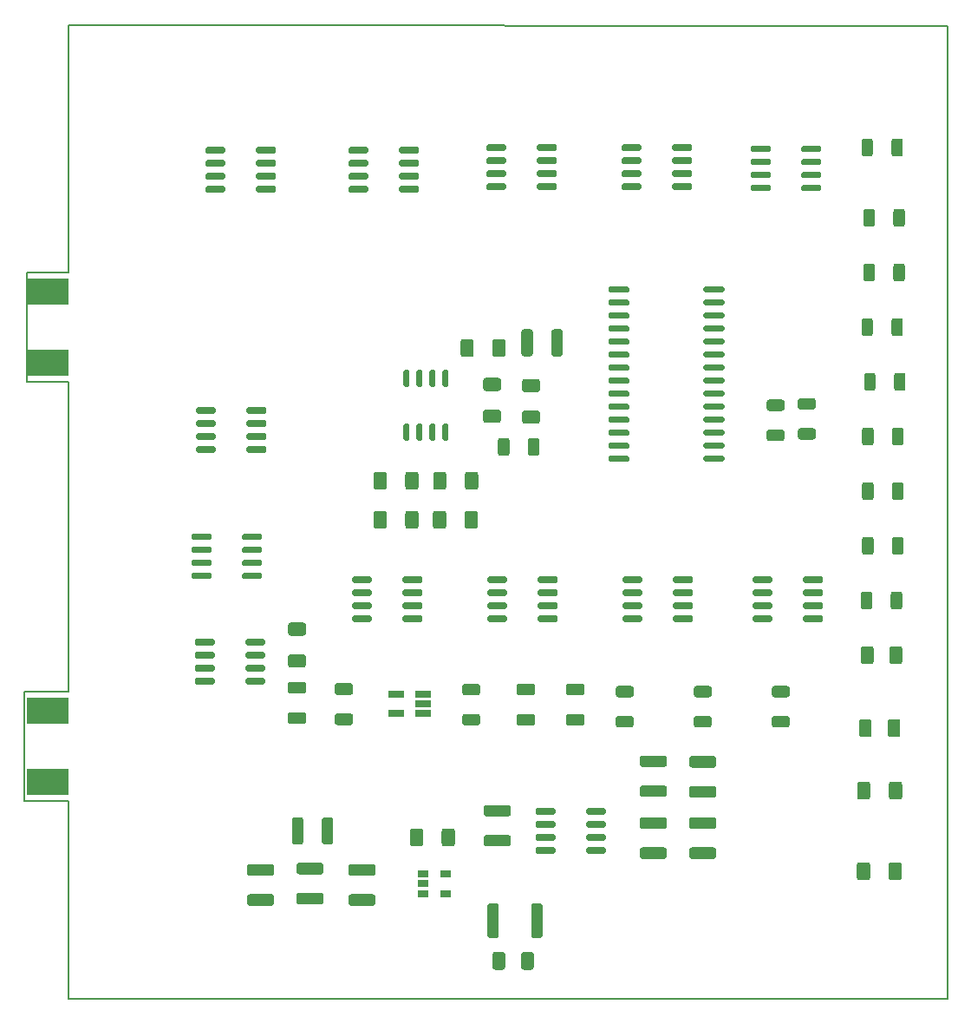
<source format=gbr>
%TF.GenerationSoftware,KiCad,Pcbnew,(5.1.12)-1*%
%TF.CreationDate,2021-11-19T01:02:39+01:00*%
%TF.ProjectId,HF_CaricoVariabile_r00,48465f43-6172-4696-936f-566172696162,rev?*%
%TF.SameCoordinates,Original*%
%TF.FileFunction,Paste,Bot*%
%TF.FilePolarity,Positive*%
%FSLAX46Y46*%
G04 Gerber Fmt 4.6, Leading zero omitted, Abs format (unit mm)*
G04 Created by KiCad (PCBNEW (5.1.12)-1) date 2021-11-19 01:02:39*
%MOMM*%
%LPD*%
G01*
G04 APERTURE LIST*
%TA.AperFunction,Profile*%
%ADD10C,0.150000*%
%TD*%
%ADD11R,1.060000X0.650000*%
%ADD12R,1.560000X0.650000*%
%ADD13R,4.190000X2.665000*%
G04 APERTURE END LIST*
D10*
X151130000Y-160020000D02*
X65278000Y-160020000D01*
X65278000Y-65024000D02*
X65278000Y-89154000D01*
X65278000Y-89154000D02*
X61214000Y-89154000D01*
X65278000Y-130048000D02*
X60960000Y-130048000D01*
X65278000Y-140716000D02*
X60960000Y-140716000D01*
X65278000Y-140716000D02*
X65278000Y-160020000D01*
X151130000Y-65148899D02*
X65278000Y-65024000D01*
X151130000Y-160020000D02*
X151130000Y-65148899D01*
X60960000Y-130048000D02*
X60960000Y-140716000D01*
X65278000Y-99822000D02*
X65278000Y-130048000D01*
X61214000Y-99822000D02*
X65278000Y-99822000D01*
X61214000Y-89154000D02*
X61214000Y-99822000D01*
%TO.C,R74*%
G36*
G01*
X107965400Y-155686600D02*
X107965400Y-156936600D01*
G75*
G02*
X107715400Y-157186600I-250000J0D01*
G01*
X106965400Y-157186600D01*
G75*
G02*
X106715400Y-156936600I0J250000D01*
G01*
X106715400Y-155686600D01*
G75*
G02*
X106965400Y-155436600I250000J0D01*
G01*
X107715400Y-155436600D01*
G75*
G02*
X107965400Y-155686600I0J-250000D01*
G01*
G37*
G36*
G01*
X110765400Y-155686600D02*
X110765400Y-156936600D01*
G75*
G02*
X110515400Y-157186600I-250000J0D01*
G01*
X109765400Y-157186600D01*
G75*
G02*
X109515400Y-156936600I0J250000D01*
G01*
X109515400Y-155686600D01*
G75*
G02*
X109765400Y-155436600I250000J0D01*
G01*
X110515400Y-155436600D01*
G75*
G02*
X110765400Y-155686600I0J-250000D01*
G01*
G37*
%TD*%
%TO.C,D16*%
G36*
G01*
X110490200Y-153850001D02*
X110490200Y-150949999D01*
G75*
G02*
X110740199Y-150700000I249999J0D01*
G01*
X111365201Y-150700000D01*
G75*
G02*
X111615200Y-150949999I0J-249999D01*
G01*
X111615200Y-153850001D01*
G75*
G02*
X111365201Y-154100000I-249999J0D01*
G01*
X110740199Y-154100000D01*
G75*
G02*
X110490200Y-153850001I0J249999D01*
G01*
G37*
G36*
G01*
X106215200Y-153850001D02*
X106215200Y-150949999D01*
G75*
G02*
X106465199Y-150700000I249999J0D01*
G01*
X107090201Y-150700000D01*
G75*
G02*
X107340200Y-150949999I0J-249999D01*
G01*
X107340200Y-153850001D01*
G75*
G02*
X107090201Y-154100000I-249999J0D01*
G01*
X106465199Y-154100000D01*
G75*
G02*
X106215200Y-153850001I0J249999D01*
G01*
G37*
%TD*%
%TO.C,U11*%
G36*
G01*
X98148000Y-103908000D02*
X98448000Y-103908000D01*
G75*
G02*
X98598000Y-104058000I0J-150000D01*
G01*
X98598000Y-105408000D01*
G75*
G02*
X98448000Y-105558000I-150000J0D01*
G01*
X98148000Y-105558000D01*
G75*
G02*
X97998000Y-105408000I0J150000D01*
G01*
X97998000Y-104058000D01*
G75*
G02*
X98148000Y-103908000I150000J0D01*
G01*
G37*
G36*
G01*
X99418000Y-103908000D02*
X99718000Y-103908000D01*
G75*
G02*
X99868000Y-104058000I0J-150000D01*
G01*
X99868000Y-105408000D01*
G75*
G02*
X99718000Y-105558000I-150000J0D01*
G01*
X99418000Y-105558000D01*
G75*
G02*
X99268000Y-105408000I0J150000D01*
G01*
X99268000Y-104058000D01*
G75*
G02*
X99418000Y-103908000I150000J0D01*
G01*
G37*
G36*
G01*
X100688000Y-103908000D02*
X100988000Y-103908000D01*
G75*
G02*
X101138000Y-104058000I0J-150000D01*
G01*
X101138000Y-105408000D01*
G75*
G02*
X100988000Y-105558000I-150000J0D01*
G01*
X100688000Y-105558000D01*
G75*
G02*
X100538000Y-105408000I0J150000D01*
G01*
X100538000Y-104058000D01*
G75*
G02*
X100688000Y-103908000I150000J0D01*
G01*
G37*
G36*
G01*
X101958000Y-103908000D02*
X102258000Y-103908000D01*
G75*
G02*
X102408000Y-104058000I0J-150000D01*
G01*
X102408000Y-105408000D01*
G75*
G02*
X102258000Y-105558000I-150000J0D01*
G01*
X101958000Y-105558000D01*
G75*
G02*
X101808000Y-105408000I0J150000D01*
G01*
X101808000Y-104058000D01*
G75*
G02*
X101958000Y-103908000I150000J0D01*
G01*
G37*
G36*
G01*
X101958000Y-98658000D02*
X102258000Y-98658000D01*
G75*
G02*
X102408000Y-98808000I0J-150000D01*
G01*
X102408000Y-100158000D01*
G75*
G02*
X102258000Y-100308000I-150000J0D01*
G01*
X101958000Y-100308000D01*
G75*
G02*
X101808000Y-100158000I0J150000D01*
G01*
X101808000Y-98808000D01*
G75*
G02*
X101958000Y-98658000I150000J0D01*
G01*
G37*
G36*
G01*
X100688000Y-98658000D02*
X100988000Y-98658000D01*
G75*
G02*
X101138000Y-98808000I0J-150000D01*
G01*
X101138000Y-100158000D01*
G75*
G02*
X100988000Y-100308000I-150000J0D01*
G01*
X100688000Y-100308000D01*
G75*
G02*
X100538000Y-100158000I0J150000D01*
G01*
X100538000Y-98808000D01*
G75*
G02*
X100688000Y-98658000I150000J0D01*
G01*
G37*
G36*
G01*
X99418000Y-98658000D02*
X99718000Y-98658000D01*
G75*
G02*
X99868000Y-98808000I0J-150000D01*
G01*
X99868000Y-100158000D01*
G75*
G02*
X99718000Y-100308000I-150000J0D01*
G01*
X99418000Y-100308000D01*
G75*
G02*
X99268000Y-100158000I0J150000D01*
G01*
X99268000Y-98808000D01*
G75*
G02*
X99418000Y-98658000I150000J0D01*
G01*
G37*
G36*
G01*
X98148000Y-98658000D02*
X98448000Y-98658000D01*
G75*
G02*
X98598000Y-98808000I0J-150000D01*
G01*
X98598000Y-100158000D01*
G75*
G02*
X98448000Y-100308000I-150000J0D01*
G01*
X98148000Y-100308000D01*
G75*
G02*
X97998000Y-100158000I0J150000D01*
G01*
X97998000Y-98808000D01*
G75*
G02*
X98148000Y-98658000I150000J0D01*
G01*
G37*
%TD*%
%TO.C,R73*%
G36*
G01*
X101764000Y-144897000D02*
X101764000Y-143647000D01*
G75*
G02*
X102014000Y-143397000I250000J0D01*
G01*
X102814000Y-143397000D01*
G75*
G02*
X103064000Y-143647000I0J-250000D01*
G01*
X103064000Y-144897000D01*
G75*
G02*
X102814000Y-145147000I-250000J0D01*
G01*
X102014000Y-145147000D01*
G75*
G02*
X101764000Y-144897000I0J250000D01*
G01*
G37*
G36*
G01*
X98664000Y-144897000D02*
X98664000Y-143647000D01*
G75*
G02*
X98914000Y-143397000I250000J0D01*
G01*
X99714000Y-143397000D01*
G75*
G02*
X99964000Y-143647000I0J-250000D01*
G01*
X99964000Y-144897000D01*
G75*
G02*
X99714000Y-145147000I-250000J0D01*
G01*
X98914000Y-145147000D01*
G75*
G02*
X98664000Y-144897000I0J250000D01*
G01*
G37*
%TD*%
%TO.C,R72*%
G36*
G01*
X96408000Y-108849000D02*
X96408000Y-110099000D01*
G75*
G02*
X96158000Y-110349000I-250000J0D01*
G01*
X95358000Y-110349000D01*
G75*
G02*
X95108000Y-110099000I0J250000D01*
G01*
X95108000Y-108849000D01*
G75*
G02*
X95358000Y-108599000I250000J0D01*
G01*
X96158000Y-108599000D01*
G75*
G02*
X96408000Y-108849000I0J-250000D01*
G01*
G37*
G36*
G01*
X99508000Y-108849000D02*
X99508000Y-110099000D01*
G75*
G02*
X99258000Y-110349000I-250000J0D01*
G01*
X98458000Y-110349000D01*
G75*
G02*
X98208000Y-110099000I0J250000D01*
G01*
X98208000Y-108849000D01*
G75*
G02*
X98458000Y-108599000I250000J0D01*
G01*
X99258000Y-108599000D01*
G75*
G02*
X99508000Y-108849000I0J-250000D01*
G01*
G37*
%TD*%
%TO.C,R71*%
G36*
G01*
X104024000Y-110099000D02*
X104024000Y-108849000D01*
G75*
G02*
X104274000Y-108599000I250000J0D01*
G01*
X105074000Y-108599000D01*
G75*
G02*
X105324000Y-108849000I0J-250000D01*
G01*
X105324000Y-110099000D01*
G75*
G02*
X105074000Y-110349000I-250000J0D01*
G01*
X104274000Y-110349000D01*
G75*
G02*
X104024000Y-110099000I0J250000D01*
G01*
G37*
G36*
G01*
X100924000Y-110099000D02*
X100924000Y-108849000D01*
G75*
G02*
X101174000Y-108599000I250000J0D01*
G01*
X101974000Y-108599000D01*
G75*
G02*
X102224000Y-108849000I0J-250000D01*
G01*
X102224000Y-110099000D01*
G75*
G02*
X101974000Y-110349000I-250000J0D01*
G01*
X101174000Y-110349000D01*
G75*
G02*
X100924000Y-110099000I0J250000D01*
G01*
G37*
%TD*%
%TO.C,R70*%
G36*
G01*
X98208000Y-113909000D02*
X98208000Y-112659000D01*
G75*
G02*
X98458000Y-112409000I250000J0D01*
G01*
X99258000Y-112409000D01*
G75*
G02*
X99508000Y-112659000I0J-250000D01*
G01*
X99508000Y-113909000D01*
G75*
G02*
X99258000Y-114159000I-250000J0D01*
G01*
X98458000Y-114159000D01*
G75*
G02*
X98208000Y-113909000I0J250000D01*
G01*
G37*
G36*
G01*
X95108000Y-113909000D02*
X95108000Y-112659000D01*
G75*
G02*
X95358000Y-112409000I250000J0D01*
G01*
X96158000Y-112409000D01*
G75*
G02*
X96408000Y-112659000I0J-250000D01*
G01*
X96408000Y-113909000D01*
G75*
G02*
X96158000Y-114159000I-250000J0D01*
G01*
X95358000Y-114159000D01*
G75*
G02*
X95108000Y-113909000I0J250000D01*
G01*
G37*
%TD*%
%TO.C,R69*%
G36*
G01*
X102198000Y-112659000D02*
X102198000Y-113909000D01*
G75*
G02*
X101948000Y-114159000I-250000J0D01*
G01*
X101148000Y-114159000D01*
G75*
G02*
X100898000Y-113909000I0J250000D01*
G01*
X100898000Y-112659000D01*
G75*
G02*
X101148000Y-112409000I250000J0D01*
G01*
X101948000Y-112409000D01*
G75*
G02*
X102198000Y-112659000I0J-250000D01*
G01*
G37*
G36*
G01*
X105298000Y-112659000D02*
X105298000Y-113909000D01*
G75*
G02*
X105048000Y-114159000I-250000J0D01*
G01*
X104248000Y-114159000D01*
G75*
G02*
X103998000Y-113909000I0J250000D01*
G01*
X103998000Y-112659000D01*
G75*
G02*
X104248000Y-112409000I250000J0D01*
G01*
X105048000Y-112409000D01*
G75*
G02*
X105298000Y-112659000I0J-250000D01*
G01*
G37*
%TD*%
%TO.C,R68*%
G36*
G01*
X109865000Y-102627000D02*
X111115000Y-102627000D01*
G75*
G02*
X111365000Y-102877000I0J-250000D01*
G01*
X111365000Y-103677000D01*
G75*
G02*
X111115000Y-103927000I-250000J0D01*
G01*
X109865000Y-103927000D01*
G75*
G02*
X109615000Y-103677000I0J250000D01*
G01*
X109615000Y-102877000D01*
G75*
G02*
X109865000Y-102627000I250000J0D01*
G01*
G37*
G36*
G01*
X109865000Y-99527000D02*
X111115000Y-99527000D01*
G75*
G02*
X111365000Y-99777000I0J-250000D01*
G01*
X111365000Y-100577000D01*
G75*
G02*
X111115000Y-100827000I-250000J0D01*
G01*
X109865000Y-100827000D01*
G75*
G02*
X109615000Y-100577000I0J250000D01*
G01*
X109615000Y-99777000D01*
G75*
G02*
X109865000Y-99527000I250000J0D01*
G01*
G37*
%TD*%
%TO.C,R67*%
G36*
G01*
X107305000Y-100726000D02*
X106055000Y-100726000D01*
G75*
G02*
X105805000Y-100476000I0J250000D01*
G01*
X105805000Y-99676000D01*
G75*
G02*
X106055000Y-99426000I250000J0D01*
G01*
X107305000Y-99426000D01*
G75*
G02*
X107555000Y-99676000I0J-250000D01*
G01*
X107555000Y-100476000D01*
G75*
G02*
X107305000Y-100726000I-250000J0D01*
G01*
G37*
G36*
G01*
X107305000Y-103826000D02*
X106055000Y-103826000D01*
G75*
G02*
X105805000Y-103576000I0J250000D01*
G01*
X105805000Y-102776000D01*
G75*
G02*
X106055000Y-102526000I250000J0D01*
G01*
X107305000Y-102526000D01*
G75*
G02*
X107555000Y-102776000I0J-250000D01*
G01*
X107555000Y-103576000D01*
G75*
G02*
X107305000Y-103826000I-250000J0D01*
G01*
G37*
%TD*%
%TO.C,R66*%
G36*
G01*
X104891000Y-95895000D02*
X104891000Y-97145000D01*
G75*
G02*
X104641000Y-97395000I-250000J0D01*
G01*
X103841000Y-97395000D01*
G75*
G02*
X103591000Y-97145000I0J250000D01*
G01*
X103591000Y-95895000D01*
G75*
G02*
X103841000Y-95645000I250000J0D01*
G01*
X104641000Y-95645000D01*
G75*
G02*
X104891000Y-95895000I0J-250000D01*
G01*
G37*
G36*
G01*
X107991000Y-95895000D02*
X107991000Y-97145000D01*
G75*
G02*
X107741000Y-97395000I-250000J0D01*
G01*
X106941000Y-97395000D01*
G75*
G02*
X106691000Y-97145000I0J250000D01*
G01*
X106691000Y-95895000D01*
G75*
G02*
X106941000Y-95645000I250000J0D01*
G01*
X107741000Y-95645000D01*
G75*
G02*
X107991000Y-95895000I0J-250000D01*
G01*
G37*
%TD*%
%TO.C,C18*%
G36*
G01*
X110668000Y-94936999D02*
X110668000Y-97087001D01*
G75*
G02*
X110418001Y-97337000I-249999J0D01*
G01*
X109792999Y-97337000D01*
G75*
G02*
X109543000Y-97087001I0J249999D01*
G01*
X109543000Y-94936999D01*
G75*
G02*
X109792999Y-94687000I249999J0D01*
G01*
X110418001Y-94687000D01*
G75*
G02*
X110668000Y-94936999I0J-249999D01*
G01*
G37*
G36*
G01*
X113593000Y-94936999D02*
X113593000Y-97087001D01*
G75*
G02*
X113343001Y-97337000I-249999J0D01*
G01*
X112717999Y-97337000D01*
G75*
G02*
X112468000Y-97087001I0J249999D01*
G01*
X112468000Y-94936999D01*
G75*
G02*
X112717999Y-94687000I249999J0D01*
G01*
X113343001Y-94687000D01*
G75*
G02*
X113593000Y-94936999I0J-249999D01*
G01*
G37*
%TD*%
%TO.C,C17*%
G36*
G01*
X85149001Y-148006000D02*
X82998999Y-148006000D01*
G75*
G02*
X82749000Y-147756001I0J249999D01*
G01*
X82749000Y-147130999D01*
G75*
G02*
X82998999Y-146881000I249999J0D01*
G01*
X85149001Y-146881000D01*
G75*
G02*
X85399000Y-147130999I0J-249999D01*
G01*
X85399000Y-147756001D01*
G75*
G02*
X85149001Y-148006000I-249999J0D01*
G01*
G37*
G36*
G01*
X85149001Y-150931000D02*
X82998999Y-150931000D01*
G75*
G02*
X82749000Y-150681001I0J249999D01*
G01*
X82749000Y-150055999D01*
G75*
G02*
X82998999Y-149806000I249999J0D01*
G01*
X85149001Y-149806000D01*
G75*
G02*
X85399000Y-150055999I0J-249999D01*
G01*
X85399000Y-150681001D01*
G75*
G02*
X85149001Y-150931000I-249999J0D01*
G01*
G37*
%TD*%
%TO.C,U9*%
G36*
G01*
X79591000Y-125072000D02*
X79591000Y-125372000D01*
G75*
G02*
X79441000Y-125522000I-150000J0D01*
G01*
X77791000Y-125522000D01*
G75*
G02*
X77641000Y-125372000I0J150000D01*
G01*
X77641000Y-125072000D01*
G75*
G02*
X77791000Y-124922000I150000J0D01*
G01*
X79441000Y-124922000D01*
G75*
G02*
X79591000Y-125072000I0J-150000D01*
G01*
G37*
G36*
G01*
X79591000Y-126342000D02*
X79591000Y-126642000D01*
G75*
G02*
X79441000Y-126792000I-150000J0D01*
G01*
X77791000Y-126792000D01*
G75*
G02*
X77641000Y-126642000I0J150000D01*
G01*
X77641000Y-126342000D01*
G75*
G02*
X77791000Y-126192000I150000J0D01*
G01*
X79441000Y-126192000D01*
G75*
G02*
X79591000Y-126342000I0J-150000D01*
G01*
G37*
G36*
G01*
X79591000Y-127612000D02*
X79591000Y-127912000D01*
G75*
G02*
X79441000Y-128062000I-150000J0D01*
G01*
X77791000Y-128062000D01*
G75*
G02*
X77641000Y-127912000I0J150000D01*
G01*
X77641000Y-127612000D01*
G75*
G02*
X77791000Y-127462000I150000J0D01*
G01*
X79441000Y-127462000D01*
G75*
G02*
X79591000Y-127612000I0J-150000D01*
G01*
G37*
G36*
G01*
X79591000Y-128882000D02*
X79591000Y-129182000D01*
G75*
G02*
X79441000Y-129332000I-150000J0D01*
G01*
X77791000Y-129332000D01*
G75*
G02*
X77641000Y-129182000I0J150000D01*
G01*
X77641000Y-128882000D01*
G75*
G02*
X77791000Y-128732000I150000J0D01*
G01*
X79441000Y-128732000D01*
G75*
G02*
X79591000Y-128882000I0J-150000D01*
G01*
G37*
G36*
G01*
X84541000Y-128882000D02*
X84541000Y-129182000D01*
G75*
G02*
X84391000Y-129332000I-150000J0D01*
G01*
X82741000Y-129332000D01*
G75*
G02*
X82591000Y-129182000I0J150000D01*
G01*
X82591000Y-128882000D01*
G75*
G02*
X82741000Y-128732000I150000J0D01*
G01*
X84391000Y-128732000D01*
G75*
G02*
X84541000Y-128882000I0J-150000D01*
G01*
G37*
G36*
G01*
X84541000Y-127612000D02*
X84541000Y-127912000D01*
G75*
G02*
X84391000Y-128062000I-150000J0D01*
G01*
X82741000Y-128062000D01*
G75*
G02*
X82591000Y-127912000I0J150000D01*
G01*
X82591000Y-127612000D01*
G75*
G02*
X82741000Y-127462000I150000J0D01*
G01*
X84391000Y-127462000D01*
G75*
G02*
X84541000Y-127612000I0J-150000D01*
G01*
G37*
G36*
G01*
X84541000Y-126342000D02*
X84541000Y-126642000D01*
G75*
G02*
X84391000Y-126792000I-150000J0D01*
G01*
X82741000Y-126792000D01*
G75*
G02*
X82591000Y-126642000I0J150000D01*
G01*
X82591000Y-126342000D01*
G75*
G02*
X82741000Y-126192000I150000J0D01*
G01*
X84391000Y-126192000D01*
G75*
G02*
X84541000Y-126342000I0J-150000D01*
G01*
G37*
G36*
G01*
X84541000Y-125072000D02*
X84541000Y-125372000D01*
G75*
G02*
X84391000Y-125522000I-150000J0D01*
G01*
X82741000Y-125522000D01*
G75*
G02*
X82591000Y-125372000I0J150000D01*
G01*
X82591000Y-125072000D01*
G75*
G02*
X82741000Y-124922000I150000J0D01*
G01*
X84391000Y-124922000D01*
G75*
G02*
X84541000Y-125072000I0J-150000D01*
G01*
G37*
%TD*%
%TO.C,R63*%
G36*
G01*
X145301000Y-134229000D02*
X145301000Y-132979000D01*
G75*
G02*
X145551000Y-132729000I250000J0D01*
G01*
X146301000Y-132729000D01*
G75*
G02*
X146551000Y-132979000I0J-250000D01*
G01*
X146551000Y-134229000D01*
G75*
G02*
X146301000Y-134479000I-250000J0D01*
G01*
X145551000Y-134479000D01*
G75*
G02*
X145301000Y-134229000I0J250000D01*
G01*
G37*
G36*
G01*
X142501000Y-134229000D02*
X142501000Y-132979000D01*
G75*
G02*
X142751000Y-132729000I250000J0D01*
G01*
X143501000Y-132729000D01*
G75*
G02*
X143751000Y-132979000I0J-250000D01*
G01*
X143751000Y-134229000D01*
G75*
G02*
X143501000Y-134479000I-250000J0D01*
G01*
X142751000Y-134479000D01*
G75*
G02*
X142501000Y-134229000I0J250000D01*
G01*
G37*
%TD*%
%TO.C,R61*%
G36*
G01*
X87005000Y-126402000D02*
X88255000Y-126402000D01*
G75*
G02*
X88505000Y-126652000I0J-250000D01*
G01*
X88505000Y-127452000D01*
G75*
G02*
X88255000Y-127702000I-250000J0D01*
G01*
X87005000Y-127702000D01*
G75*
G02*
X86755000Y-127452000I0J250000D01*
G01*
X86755000Y-126652000D01*
G75*
G02*
X87005000Y-126402000I250000J0D01*
G01*
G37*
G36*
G01*
X87005000Y-123302000D02*
X88255000Y-123302000D01*
G75*
G02*
X88505000Y-123552000I0J-250000D01*
G01*
X88505000Y-124352000D01*
G75*
G02*
X88255000Y-124602000I-250000J0D01*
G01*
X87005000Y-124602000D01*
G75*
G02*
X86755000Y-124352000I0J250000D01*
G01*
X86755000Y-123552000D01*
G75*
G02*
X87005000Y-123302000I250000J0D01*
G01*
G37*
%TD*%
%TO.C,IC1*%
G36*
G01*
X79272000Y-114785000D02*
X79272000Y-115085000D01*
G75*
G02*
X79122000Y-115235000I-150000J0D01*
G01*
X77472000Y-115235000D01*
G75*
G02*
X77322000Y-115085000I0J150000D01*
G01*
X77322000Y-114785000D01*
G75*
G02*
X77472000Y-114635000I150000J0D01*
G01*
X79122000Y-114635000D01*
G75*
G02*
X79272000Y-114785000I0J-150000D01*
G01*
G37*
G36*
G01*
X79272000Y-116055000D02*
X79272000Y-116355000D01*
G75*
G02*
X79122000Y-116505000I-150000J0D01*
G01*
X77472000Y-116505000D01*
G75*
G02*
X77322000Y-116355000I0J150000D01*
G01*
X77322000Y-116055000D01*
G75*
G02*
X77472000Y-115905000I150000J0D01*
G01*
X79122000Y-115905000D01*
G75*
G02*
X79272000Y-116055000I0J-150000D01*
G01*
G37*
G36*
G01*
X79272000Y-117325000D02*
X79272000Y-117625000D01*
G75*
G02*
X79122000Y-117775000I-150000J0D01*
G01*
X77472000Y-117775000D01*
G75*
G02*
X77322000Y-117625000I0J150000D01*
G01*
X77322000Y-117325000D01*
G75*
G02*
X77472000Y-117175000I150000J0D01*
G01*
X79122000Y-117175000D01*
G75*
G02*
X79272000Y-117325000I0J-150000D01*
G01*
G37*
G36*
G01*
X79272000Y-118595000D02*
X79272000Y-118895000D01*
G75*
G02*
X79122000Y-119045000I-150000J0D01*
G01*
X77472000Y-119045000D01*
G75*
G02*
X77322000Y-118895000I0J150000D01*
G01*
X77322000Y-118595000D01*
G75*
G02*
X77472000Y-118445000I150000J0D01*
G01*
X79122000Y-118445000D01*
G75*
G02*
X79272000Y-118595000I0J-150000D01*
G01*
G37*
G36*
G01*
X84222000Y-118595000D02*
X84222000Y-118895000D01*
G75*
G02*
X84072000Y-119045000I-150000J0D01*
G01*
X82422000Y-119045000D01*
G75*
G02*
X82272000Y-118895000I0J150000D01*
G01*
X82272000Y-118595000D01*
G75*
G02*
X82422000Y-118445000I150000J0D01*
G01*
X84072000Y-118445000D01*
G75*
G02*
X84222000Y-118595000I0J-150000D01*
G01*
G37*
G36*
G01*
X84222000Y-117325000D02*
X84222000Y-117625000D01*
G75*
G02*
X84072000Y-117775000I-150000J0D01*
G01*
X82422000Y-117775000D01*
G75*
G02*
X82272000Y-117625000I0J150000D01*
G01*
X82272000Y-117325000D01*
G75*
G02*
X82422000Y-117175000I150000J0D01*
G01*
X84072000Y-117175000D01*
G75*
G02*
X84222000Y-117325000I0J-150000D01*
G01*
G37*
G36*
G01*
X84222000Y-116055000D02*
X84222000Y-116355000D01*
G75*
G02*
X84072000Y-116505000I-150000J0D01*
G01*
X82422000Y-116505000D01*
G75*
G02*
X82272000Y-116355000I0J150000D01*
G01*
X82272000Y-116055000D01*
G75*
G02*
X82422000Y-115905000I150000J0D01*
G01*
X84072000Y-115905000D01*
G75*
G02*
X84222000Y-116055000I0J-150000D01*
G01*
G37*
G36*
G01*
X84222000Y-114785000D02*
X84222000Y-115085000D01*
G75*
G02*
X84072000Y-115235000I-150000J0D01*
G01*
X82422000Y-115235000D01*
G75*
G02*
X82272000Y-115085000I0J150000D01*
G01*
X82272000Y-114785000D01*
G75*
G02*
X82422000Y-114635000I150000J0D01*
G01*
X84072000Y-114635000D01*
G75*
G02*
X84222000Y-114785000I0J-150000D01*
G01*
G37*
%TD*%
%TO.C,R19*%
G36*
G01*
X145493000Y-127117000D02*
X145493000Y-125867000D01*
G75*
G02*
X145743000Y-125617000I250000J0D01*
G01*
X146493000Y-125617000D01*
G75*
G02*
X146743000Y-125867000I0J-250000D01*
G01*
X146743000Y-127117000D01*
G75*
G02*
X146493000Y-127367000I-250000J0D01*
G01*
X145743000Y-127367000D01*
G75*
G02*
X145493000Y-127117000I0J250000D01*
G01*
G37*
G36*
G01*
X142693000Y-127117000D02*
X142693000Y-125867000D01*
G75*
G02*
X142943000Y-125617000I250000J0D01*
G01*
X143693000Y-125617000D01*
G75*
G02*
X143943000Y-125867000I0J-250000D01*
G01*
X143943000Y-127117000D01*
G75*
G02*
X143693000Y-127367000I-250000J0D01*
G01*
X142943000Y-127367000D01*
G75*
G02*
X142693000Y-127117000I0J250000D01*
G01*
G37*
%TD*%
%TO.C,IC11*%
G36*
G01*
X80624000Y-77066000D02*
X80624000Y-77366000D01*
G75*
G02*
X80474000Y-77516000I-150000J0D01*
G01*
X78824000Y-77516000D01*
G75*
G02*
X78674000Y-77366000I0J150000D01*
G01*
X78674000Y-77066000D01*
G75*
G02*
X78824000Y-76916000I150000J0D01*
G01*
X80474000Y-76916000D01*
G75*
G02*
X80624000Y-77066000I0J-150000D01*
G01*
G37*
G36*
G01*
X80624000Y-78336000D02*
X80624000Y-78636000D01*
G75*
G02*
X80474000Y-78786000I-150000J0D01*
G01*
X78824000Y-78786000D01*
G75*
G02*
X78674000Y-78636000I0J150000D01*
G01*
X78674000Y-78336000D01*
G75*
G02*
X78824000Y-78186000I150000J0D01*
G01*
X80474000Y-78186000D01*
G75*
G02*
X80624000Y-78336000I0J-150000D01*
G01*
G37*
G36*
G01*
X80624000Y-79606000D02*
X80624000Y-79906000D01*
G75*
G02*
X80474000Y-80056000I-150000J0D01*
G01*
X78824000Y-80056000D01*
G75*
G02*
X78674000Y-79906000I0J150000D01*
G01*
X78674000Y-79606000D01*
G75*
G02*
X78824000Y-79456000I150000J0D01*
G01*
X80474000Y-79456000D01*
G75*
G02*
X80624000Y-79606000I0J-150000D01*
G01*
G37*
G36*
G01*
X80624000Y-80876000D02*
X80624000Y-81176000D01*
G75*
G02*
X80474000Y-81326000I-150000J0D01*
G01*
X78824000Y-81326000D01*
G75*
G02*
X78674000Y-81176000I0J150000D01*
G01*
X78674000Y-80876000D01*
G75*
G02*
X78824000Y-80726000I150000J0D01*
G01*
X80474000Y-80726000D01*
G75*
G02*
X80624000Y-80876000I0J-150000D01*
G01*
G37*
G36*
G01*
X85574000Y-80876000D02*
X85574000Y-81176000D01*
G75*
G02*
X85424000Y-81326000I-150000J0D01*
G01*
X83774000Y-81326000D01*
G75*
G02*
X83624000Y-81176000I0J150000D01*
G01*
X83624000Y-80876000D01*
G75*
G02*
X83774000Y-80726000I150000J0D01*
G01*
X85424000Y-80726000D01*
G75*
G02*
X85574000Y-80876000I0J-150000D01*
G01*
G37*
G36*
G01*
X85574000Y-79606000D02*
X85574000Y-79906000D01*
G75*
G02*
X85424000Y-80056000I-150000J0D01*
G01*
X83774000Y-80056000D01*
G75*
G02*
X83624000Y-79906000I0J150000D01*
G01*
X83624000Y-79606000D01*
G75*
G02*
X83774000Y-79456000I150000J0D01*
G01*
X85424000Y-79456000D01*
G75*
G02*
X85574000Y-79606000I0J-150000D01*
G01*
G37*
G36*
G01*
X85574000Y-78336000D02*
X85574000Y-78636000D01*
G75*
G02*
X85424000Y-78786000I-150000J0D01*
G01*
X83774000Y-78786000D01*
G75*
G02*
X83624000Y-78636000I0J150000D01*
G01*
X83624000Y-78336000D01*
G75*
G02*
X83774000Y-78186000I150000J0D01*
G01*
X85424000Y-78186000D01*
G75*
G02*
X85574000Y-78336000I0J-150000D01*
G01*
G37*
G36*
G01*
X85574000Y-77066000D02*
X85574000Y-77366000D01*
G75*
G02*
X85424000Y-77516000I-150000J0D01*
G01*
X83774000Y-77516000D01*
G75*
G02*
X83624000Y-77366000I0J150000D01*
G01*
X83624000Y-77066000D01*
G75*
G02*
X83774000Y-76916000I150000J0D01*
G01*
X85424000Y-76916000D01*
G75*
G02*
X85574000Y-77066000I0J-150000D01*
G01*
G37*
%TD*%
%TO.C,IC10*%
G36*
G01*
X137054000Y-123086000D02*
X137054000Y-122786000D01*
G75*
G02*
X137204000Y-122636000I150000J0D01*
G01*
X138854000Y-122636000D01*
G75*
G02*
X139004000Y-122786000I0J-150000D01*
G01*
X139004000Y-123086000D01*
G75*
G02*
X138854000Y-123236000I-150000J0D01*
G01*
X137204000Y-123236000D01*
G75*
G02*
X137054000Y-123086000I0J150000D01*
G01*
G37*
G36*
G01*
X137054000Y-121816000D02*
X137054000Y-121516000D01*
G75*
G02*
X137204000Y-121366000I150000J0D01*
G01*
X138854000Y-121366000D01*
G75*
G02*
X139004000Y-121516000I0J-150000D01*
G01*
X139004000Y-121816000D01*
G75*
G02*
X138854000Y-121966000I-150000J0D01*
G01*
X137204000Y-121966000D01*
G75*
G02*
X137054000Y-121816000I0J150000D01*
G01*
G37*
G36*
G01*
X137054000Y-120546000D02*
X137054000Y-120246000D01*
G75*
G02*
X137204000Y-120096000I150000J0D01*
G01*
X138854000Y-120096000D01*
G75*
G02*
X139004000Y-120246000I0J-150000D01*
G01*
X139004000Y-120546000D01*
G75*
G02*
X138854000Y-120696000I-150000J0D01*
G01*
X137204000Y-120696000D01*
G75*
G02*
X137054000Y-120546000I0J150000D01*
G01*
G37*
G36*
G01*
X137054000Y-119276000D02*
X137054000Y-118976000D01*
G75*
G02*
X137204000Y-118826000I150000J0D01*
G01*
X138854000Y-118826000D01*
G75*
G02*
X139004000Y-118976000I0J-150000D01*
G01*
X139004000Y-119276000D01*
G75*
G02*
X138854000Y-119426000I-150000J0D01*
G01*
X137204000Y-119426000D01*
G75*
G02*
X137054000Y-119276000I0J150000D01*
G01*
G37*
G36*
G01*
X132104000Y-119276000D02*
X132104000Y-118976000D01*
G75*
G02*
X132254000Y-118826000I150000J0D01*
G01*
X133904000Y-118826000D01*
G75*
G02*
X134054000Y-118976000I0J-150000D01*
G01*
X134054000Y-119276000D01*
G75*
G02*
X133904000Y-119426000I-150000J0D01*
G01*
X132254000Y-119426000D01*
G75*
G02*
X132104000Y-119276000I0J150000D01*
G01*
G37*
G36*
G01*
X132104000Y-120546000D02*
X132104000Y-120246000D01*
G75*
G02*
X132254000Y-120096000I150000J0D01*
G01*
X133904000Y-120096000D01*
G75*
G02*
X134054000Y-120246000I0J-150000D01*
G01*
X134054000Y-120546000D01*
G75*
G02*
X133904000Y-120696000I-150000J0D01*
G01*
X132254000Y-120696000D01*
G75*
G02*
X132104000Y-120546000I0J150000D01*
G01*
G37*
G36*
G01*
X132104000Y-121816000D02*
X132104000Y-121516000D01*
G75*
G02*
X132254000Y-121366000I150000J0D01*
G01*
X133904000Y-121366000D01*
G75*
G02*
X134054000Y-121516000I0J-150000D01*
G01*
X134054000Y-121816000D01*
G75*
G02*
X133904000Y-121966000I-150000J0D01*
G01*
X132254000Y-121966000D01*
G75*
G02*
X132104000Y-121816000I0J150000D01*
G01*
G37*
G36*
G01*
X132104000Y-123086000D02*
X132104000Y-122786000D01*
G75*
G02*
X132254000Y-122636000I150000J0D01*
G01*
X133904000Y-122636000D01*
G75*
G02*
X134054000Y-122786000I0J-150000D01*
G01*
X134054000Y-123086000D01*
G75*
G02*
X133904000Y-123236000I-150000J0D01*
G01*
X132254000Y-123236000D01*
G75*
G02*
X132104000Y-123086000I0J150000D01*
G01*
G37*
%TD*%
%TO.C,IC9*%
G36*
G01*
X94594000Y-77066000D02*
X94594000Y-77366000D01*
G75*
G02*
X94444000Y-77516000I-150000J0D01*
G01*
X92794000Y-77516000D01*
G75*
G02*
X92644000Y-77366000I0J150000D01*
G01*
X92644000Y-77066000D01*
G75*
G02*
X92794000Y-76916000I150000J0D01*
G01*
X94444000Y-76916000D01*
G75*
G02*
X94594000Y-77066000I0J-150000D01*
G01*
G37*
G36*
G01*
X94594000Y-78336000D02*
X94594000Y-78636000D01*
G75*
G02*
X94444000Y-78786000I-150000J0D01*
G01*
X92794000Y-78786000D01*
G75*
G02*
X92644000Y-78636000I0J150000D01*
G01*
X92644000Y-78336000D01*
G75*
G02*
X92794000Y-78186000I150000J0D01*
G01*
X94444000Y-78186000D01*
G75*
G02*
X94594000Y-78336000I0J-150000D01*
G01*
G37*
G36*
G01*
X94594000Y-79606000D02*
X94594000Y-79906000D01*
G75*
G02*
X94444000Y-80056000I-150000J0D01*
G01*
X92794000Y-80056000D01*
G75*
G02*
X92644000Y-79906000I0J150000D01*
G01*
X92644000Y-79606000D01*
G75*
G02*
X92794000Y-79456000I150000J0D01*
G01*
X94444000Y-79456000D01*
G75*
G02*
X94594000Y-79606000I0J-150000D01*
G01*
G37*
G36*
G01*
X94594000Y-80876000D02*
X94594000Y-81176000D01*
G75*
G02*
X94444000Y-81326000I-150000J0D01*
G01*
X92794000Y-81326000D01*
G75*
G02*
X92644000Y-81176000I0J150000D01*
G01*
X92644000Y-80876000D01*
G75*
G02*
X92794000Y-80726000I150000J0D01*
G01*
X94444000Y-80726000D01*
G75*
G02*
X94594000Y-80876000I0J-150000D01*
G01*
G37*
G36*
G01*
X99544000Y-80876000D02*
X99544000Y-81176000D01*
G75*
G02*
X99394000Y-81326000I-150000J0D01*
G01*
X97744000Y-81326000D01*
G75*
G02*
X97594000Y-81176000I0J150000D01*
G01*
X97594000Y-80876000D01*
G75*
G02*
X97744000Y-80726000I150000J0D01*
G01*
X99394000Y-80726000D01*
G75*
G02*
X99544000Y-80876000I0J-150000D01*
G01*
G37*
G36*
G01*
X99544000Y-79606000D02*
X99544000Y-79906000D01*
G75*
G02*
X99394000Y-80056000I-150000J0D01*
G01*
X97744000Y-80056000D01*
G75*
G02*
X97594000Y-79906000I0J150000D01*
G01*
X97594000Y-79606000D01*
G75*
G02*
X97744000Y-79456000I150000J0D01*
G01*
X99394000Y-79456000D01*
G75*
G02*
X99544000Y-79606000I0J-150000D01*
G01*
G37*
G36*
G01*
X99544000Y-78336000D02*
X99544000Y-78636000D01*
G75*
G02*
X99394000Y-78786000I-150000J0D01*
G01*
X97744000Y-78786000D01*
G75*
G02*
X97594000Y-78636000I0J150000D01*
G01*
X97594000Y-78336000D01*
G75*
G02*
X97744000Y-78186000I150000J0D01*
G01*
X99394000Y-78186000D01*
G75*
G02*
X99544000Y-78336000I0J-150000D01*
G01*
G37*
G36*
G01*
X99544000Y-77066000D02*
X99544000Y-77366000D01*
G75*
G02*
X99394000Y-77516000I-150000J0D01*
G01*
X97744000Y-77516000D01*
G75*
G02*
X97594000Y-77366000I0J150000D01*
G01*
X97594000Y-77066000D01*
G75*
G02*
X97744000Y-76916000I150000J0D01*
G01*
X99394000Y-76916000D01*
G75*
G02*
X99544000Y-77066000I0J-150000D01*
G01*
G37*
%TD*%
%TO.C,IC8*%
G36*
G01*
X124354000Y-123086000D02*
X124354000Y-122786000D01*
G75*
G02*
X124504000Y-122636000I150000J0D01*
G01*
X126154000Y-122636000D01*
G75*
G02*
X126304000Y-122786000I0J-150000D01*
G01*
X126304000Y-123086000D01*
G75*
G02*
X126154000Y-123236000I-150000J0D01*
G01*
X124504000Y-123236000D01*
G75*
G02*
X124354000Y-123086000I0J150000D01*
G01*
G37*
G36*
G01*
X124354000Y-121816000D02*
X124354000Y-121516000D01*
G75*
G02*
X124504000Y-121366000I150000J0D01*
G01*
X126154000Y-121366000D01*
G75*
G02*
X126304000Y-121516000I0J-150000D01*
G01*
X126304000Y-121816000D01*
G75*
G02*
X126154000Y-121966000I-150000J0D01*
G01*
X124504000Y-121966000D01*
G75*
G02*
X124354000Y-121816000I0J150000D01*
G01*
G37*
G36*
G01*
X124354000Y-120546000D02*
X124354000Y-120246000D01*
G75*
G02*
X124504000Y-120096000I150000J0D01*
G01*
X126154000Y-120096000D01*
G75*
G02*
X126304000Y-120246000I0J-150000D01*
G01*
X126304000Y-120546000D01*
G75*
G02*
X126154000Y-120696000I-150000J0D01*
G01*
X124504000Y-120696000D01*
G75*
G02*
X124354000Y-120546000I0J150000D01*
G01*
G37*
G36*
G01*
X124354000Y-119276000D02*
X124354000Y-118976000D01*
G75*
G02*
X124504000Y-118826000I150000J0D01*
G01*
X126154000Y-118826000D01*
G75*
G02*
X126304000Y-118976000I0J-150000D01*
G01*
X126304000Y-119276000D01*
G75*
G02*
X126154000Y-119426000I-150000J0D01*
G01*
X124504000Y-119426000D01*
G75*
G02*
X124354000Y-119276000I0J150000D01*
G01*
G37*
G36*
G01*
X119404000Y-119276000D02*
X119404000Y-118976000D01*
G75*
G02*
X119554000Y-118826000I150000J0D01*
G01*
X121204000Y-118826000D01*
G75*
G02*
X121354000Y-118976000I0J-150000D01*
G01*
X121354000Y-119276000D01*
G75*
G02*
X121204000Y-119426000I-150000J0D01*
G01*
X119554000Y-119426000D01*
G75*
G02*
X119404000Y-119276000I0J150000D01*
G01*
G37*
G36*
G01*
X119404000Y-120546000D02*
X119404000Y-120246000D01*
G75*
G02*
X119554000Y-120096000I150000J0D01*
G01*
X121204000Y-120096000D01*
G75*
G02*
X121354000Y-120246000I0J-150000D01*
G01*
X121354000Y-120546000D01*
G75*
G02*
X121204000Y-120696000I-150000J0D01*
G01*
X119554000Y-120696000D01*
G75*
G02*
X119404000Y-120546000I0J150000D01*
G01*
G37*
G36*
G01*
X119404000Y-121816000D02*
X119404000Y-121516000D01*
G75*
G02*
X119554000Y-121366000I150000J0D01*
G01*
X121204000Y-121366000D01*
G75*
G02*
X121354000Y-121516000I0J-150000D01*
G01*
X121354000Y-121816000D01*
G75*
G02*
X121204000Y-121966000I-150000J0D01*
G01*
X119554000Y-121966000D01*
G75*
G02*
X119404000Y-121816000I0J150000D01*
G01*
G37*
G36*
G01*
X119404000Y-123086000D02*
X119404000Y-122786000D01*
G75*
G02*
X119554000Y-122636000I150000J0D01*
G01*
X121204000Y-122636000D01*
G75*
G02*
X121354000Y-122786000I0J-150000D01*
G01*
X121354000Y-123086000D01*
G75*
G02*
X121204000Y-123236000I-150000J0D01*
G01*
X119554000Y-123236000D01*
G75*
G02*
X119404000Y-123086000I0J150000D01*
G01*
G37*
%TD*%
%TO.C,IC7*%
G36*
G01*
X108056000Y-76812000D02*
X108056000Y-77112000D01*
G75*
G02*
X107906000Y-77262000I-150000J0D01*
G01*
X106256000Y-77262000D01*
G75*
G02*
X106106000Y-77112000I0J150000D01*
G01*
X106106000Y-76812000D01*
G75*
G02*
X106256000Y-76662000I150000J0D01*
G01*
X107906000Y-76662000D01*
G75*
G02*
X108056000Y-76812000I0J-150000D01*
G01*
G37*
G36*
G01*
X108056000Y-78082000D02*
X108056000Y-78382000D01*
G75*
G02*
X107906000Y-78532000I-150000J0D01*
G01*
X106256000Y-78532000D01*
G75*
G02*
X106106000Y-78382000I0J150000D01*
G01*
X106106000Y-78082000D01*
G75*
G02*
X106256000Y-77932000I150000J0D01*
G01*
X107906000Y-77932000D01*
G75*
G02*
X108056000Y-78082000I0J-150000D01*
G01*
G37*
G36*
G01*
X108056000Y-79352000D02*
X108056000Y-79652000D01*
G75*
G02*
X107906000Y-79802000I-150000J0D01*
G01*
X106256000Y-79802000D01*
G75*
G02*
X106106000Y-79652000I0J150000D01*
G01*
X106106000Y-79352000D01*
G75*
G02*
X106256000Y-79202000I150000J0D01*
G01*
X107906000Y-79202000D01*
G75*
G02*
X108056000Y-79352000I0J-150000D01*
G01*
G37*
G36*
G01*
X108056000Y-80622000D02*
X108056000Y-80922000D01*
G75*
G02*
X107906000Y-81072000I-150000J0D01*
G01*
X106256000Y-81072000D01*
G75*
G02*
X106106000Y-80922000I0J150000D01*
G01*
X106106000Y-80622000D01*
G75*
G02*
X106256000Y-80472000I150000J0D01*
G01*
X107906000Y-80472000D01*
G75*
G02*
X108056000Y-80622000I0J-150000D01*
G01*
G37*
G36*
G01*
X113006000Y-80622000D02*
X113006000Y-80922000D01*
G75*
G02*
X112856000Y-81072000I-150000J0D01*
G01*
X111206000Y-81072000D01*
G75*
G02*
X111056000Y-80922000I0J150000D01*
G01*
X111056000Y-80622000D01*
G75*
G02*
X111206000Y-80472000I150000J0D01*
G01*
X112856000Y-80472000D01*
G75*
G02*
X113006000Y-80622000I0J-150000D01*
G01*
G37*
G36*
G01*
X113006000Y-79352000D02*
X113006000Y-79652000D01*
G75*
G02*
X112856000Y-79802000I-150000J0D01*
G01*
X111206000Y-79802000D01*
G75*
G02*
X111056000Y-79652000I0J150000D01*
G01*
X111056000Y-79352000D01*
G75*
G02*
X111206000Y-79202000I150000J0D01*
G01*
X112856000Y-79202000D01*
G75*
G02*
X113006000Y-79352000I0J-150000D01*
G01*
G37*
G36*
G01*
X113006000Y-78082000D02*
X113006000Y-78382000D01*
G75*
G02*
X112856000Y-78532000I-150000J0D01*
G01*
X111206000Y-78532000D01*
G75*
G02*
X111056000Y-78382000I0J150000D01*
G01*
X111056000Y-78082000D01*
G75*
G02*
X111206000Y-77932000I150000J0D01*
G01*
X112856000Y-77932000D01*
G75*
G02*
X113006000Y-78082000I0J-150000D01*
G01*
G37*
G36*
G01*
X113006000Y-76812000D02*
X113006000Y-77112000D01*
G75*
G02*
X112856000Y-77262000I-150000J0D01*
G01*
X111206000Y-77262000D01*
G75*
G02*
X111056000Y-77112000I0J150000D01*
G01*
X111056000Y-76812000D01*
G75*
G02*
X111206000Y-76662000I150000J0D01*
G01*
X112856000Y-76662000D01*
G75*
G02*
X113006000Y-76812000I0J-150000D01*
G01*
G37*
%TD*%
%TO.C,IC6*%
G36*
G01*
X111146000Y-123086000D02*
X111146000Y-122786000D01*
G75*
G02*
X111296000Y-122636000I150000J0D01*
G01*
X112946000Y-122636000D01*
G75*
G02*
X113096000Y-122786000I0J-150000D01*
G01*
X113096000Y-123086000D01*
G75*
G02*
X112946000Y-123236000I-150000J0D01*
G01*
X111296000Y-123236000D01*
G75*
G02*
X111146000Y-123086000I0J150000D01*
G01*
G37*
G36*
G01*
X111146000Y-121816000D02*
X111146000Y-121516000D01*
G75*
G02*
X111296000Y-121366000I150000J0D01*
G01*
X112946000Y-121366000D01*
G75*
G02*
X113096000Y-121516000I0J-150000D01*
G01*
X113096000Y-121816000D01*
G75*
G02*
X112946000Y-121966000I-150000J0D01*
G01*
X111296000Y-121966000D01*
G75*
G02*
X111146000Y-121816000I0J150000D01*
G01*
G37*
G36*
G01*
X111146000Y-120546000D02*
X111146000Y-120246000D01*
G75*
G02*
X111296000Y-120096000I150000J0D01*
G01*
X112946000Y-120096000D01*
G75*
G02*
X113096000Y-120246000I0J-150000D01*
G01*
X113096000Y-120546000D01*
G75*
G02*
X112946000Y-120696000I-150000J0D01*
G01*
X111296000Y-120696000D01*
G75*
G02*
X111146000Y-120546000I0J150000D01*
G01*
G37*
G36*
G01*
X111146000Y-119276000D02*
X111146000Y-118976000D01*
G75*
G02*
X111296000Y-118826000I150000J0D01*
G01*
X112946000Y-118826000D01*
G75*
G02*
X113096000Y-118976000I0J-150000D01*
G01*
X113096000Y-119276000D01*
G75*
G02*
X112946000Y-119426000I-150000J0D01*
G01*
X111296000Y-119426000D01*
G75*
G02*
X111146000Y-119276000I0J150000D01*
G01*
G37*
G36*
G01*
X106196000Y-119276000D02*
X106196000Y-118976000D01*
G75*
G02*
X106346000Y-118826000I150000J0D01*
G01*
X107996000Y-118826000D01*
G75*
G02*
X108146000Y-118976000I0J-150000D01*
G01*
X108146000Y-119276000D01*
G75*
G02*
X107996000Y-119426000I-150000J0D01*
G01*
X106346000Y-119426000D01*
G75*
G02*
X106196000Y-119276000I0J150000D01*
G01*
G37*
G36*
G01*
X106196000Y-120546000D02*
X106196000Y-120246000D01*
G75*
G02*
X106346000Y-120096000I150000J0D01*
G01*
X107996000Y-120096000D01*
G75*
G02*
X108146000Y-120246000I0J-150000D01*
G01*
X108146000Y-120546000D01*
G75*
G02*
X107996000Y-120696000I-150000J0D01*
G01*
X106346000Y-120696000D01*
G75*
G02*
X106196000Y-120546000I0J150000D01*
G01*
G37*
G36*
G01*
X106196000Y-121816000D02*
X106196000Y-121516000D01*
G75*
G02*
X106346000Y-121366000I150000J0D01*
G01*
X107996000Y-121366000D01*
G75*
G02*
X108146000Y-121516000I0J-150000D01*
G01*
X108146000Y-121816000D01*
G75*
G02*
X107996000Y-121966000I-150000J0D01*
G01*
X106346000Y-121966000D01*
G75*
G02*
X106196000Y-121816000I0J150000D01*
G01*
G37*
G36*
G01*
X106196000Y-123086000D02*
X106196000Y-122786000D01*
G75*
G02*
X106346000Y-122636000I150000J0D01*
G01*
X107996000Y-122636000D01*
G75*
G02*
X108146000Y-122786000I0J-150000D01*
G01*
X108146000Y-123086000D01*
G75*
G02*
X107996000Y-123236000I-150000J0D01*
G01*
X106346000Y-123236000D01*
G75*
G02*
X106196000Y-123086000I0J150000D01*
G01*
G37*
%TD*%
%TO.C,IC5*%
G36*
G01*
X121264000Y-76812000D02*
X121264000Y-77112000D01*
G75*
G02*
X121114000Y-77262000I-150000J0D01*
G01*
X119464000Y-77262000D01*
G75*
G02*
X119314000Y-77112000I0J150000D01*
G01*
X119314000Y-76812000D01*
G75*
G02*
X119464000Y-76662000I150000J0D01*
G01*
X121114000Y-76662000D01*
G75*
G02*
X121264000Y-76812000I0J-150000D01*
G01*
G37*
G36*
G01*
X121264000Y-78082000D02*
X121264000Y-78382000D01*
G75*
G02*
X121114000Y-78532000I-150000J0D01*
G01*
X119464000Y-78532000D01*
G75*
G02*
X119314000Y-78382000I0J150000D01*
G01*
X119314000Y-78082000D01*
G75*
G02*
X119464000Y-77932000I150000J0D01*
G01*
X121114000Y-77932000D01*
G75*
G02*
X121264000Y-78082000I0J-150000D01*
G01*
G37*
G36*
G01*
X121264000Y-79352000D02*
X121264000Y-79652000D01*
G75*
G02*
X121114000Y-79802000I-150000J0D01*
G01*
X119464000Y-79802000D01*
G75*
G02*
X119314000Y-79652000I0J150000D01*
G01*
X119314000Y-79352000D01*
G75*
G02*
X119464000Y-79202000I150000J0D01*
G01*
X121114000Y-79202000D01*
G75*
G02*
X121264000Y-79352000I0J-150000D01*
G01*
G37*
G36*
G01*
X121264000Y-80622000D02*
X121264000Y-80922000D01*
G75*
G02*
X121114000Y-81072000I-150000J0D01*
G01*
X119464000Y-81072000D01*
G75*
G02*
X119314000Y-80922000I0J150000D01*
G01*
X119314000Y-80622000D01*
G75*
G02*
X119464000Y-80472000I150000J0D01*
G01*
X121114000Y-80472000D01*
G75*
G02*
X121264000Y-80622000I0J-150000D01*
G01*
G37*
G36*
G01*
X126214000Y-80622000D02*
X126214000Y-80922000D01*
G75*
G02*
X126064000Y-81072000I-150000J0D01*
G01*
X124414000Y-81072000D01*
G75*
G02*
X124264000Y-80922000I0J150000D01*
G01*
X124264000Y-80622000D01*
G75*
G02*
X124414000Y-80472000I150000J0D01*
G01*
X126064000Y-80472000D01*
G75*
G02*
X126214000Y-80622000I0J-150000D01*
G01*
G37*
G36*
G01*
X126214000Y-79352000D02*
X126214000Y-79652000D01*
G75*
G02*
X126064000Y-79802000I-150000J0D01*
G01*
X124414000Y-79802000D01*
G75*
G02*
X124264000Y-79652000I0J150000D01*
G01*
X124264000Y-79352000D01*
G75*
G02*
X124414000Y-79202000I150000J0D01*
G01*
X126064000Y-79202000D01*
G75*
G02*
X126214000Y-79352000I0J-150000D01*
G01*
G37*
G36*
G01*
X126214000Y-78082000D02*
X126214000Y-78382000D01*
G75*
G02*
X126064000Y-78532000I-150000J0D01*
G01*
X124414000Y-78532000D01*
G75*
G02*
X124264000Y-78382000I0J150000D01*
G01*
X124264000Y-78082000D01*
G75*
G02*
X124414000Y-77932000I150000J0D01*
G01*
X126064000Y-77932000D01*
G75*
G02*
X126214000Y-78082000I0J-150000D01*
G01*
G37*
G36*
G01*
X126214000Y-76812000D02*
X126214000Y-77112000D01*
G75*
G02*
X126064000Y-77262000I-150000J0D01*
G01*
X124414000Y-77262000D01*
G75*
G02*
X124264000Y-77112000I0J150000D01*
G01*
X124264000Y-76812000D01*
G75*
G02*
X124414000Y-76662000I150000J0D01*
G01*
X126064000Y-76662000D01*
G75*
G02*
X126214000Y-76812000I0J-150000D01*
G01*
G37*
%TD*%
%TO.C,IC4*%
G36*
G01*
X97938000Y-123086000D02*
X97938000Y-122786000D01*
G75*
G02*
X98088000Y-122636000I150000J0D01*
G01*
X99738000Y-122636000D01*
G75*
G02*
X99888000Y-122786000I0J-150000D01*
G01*
X99888000Y-123086000D01*
G75*
G02*
X99738000Y-123236000I-150000J0D01*
G01*
X98088000Y-123236000D01*
G75*
G02*
X97938000Y-123086000I0J150000D01*
G01*
G37*
G36*
G01*
X97938000Y-121816000D02*
X97938000Y-121516000D01*
G75*
G02*
X98088000Y-121366000I150000J0D01*
G01*
X99738000Y-121366000D01*
G75*
G02*
X99888000Y-121516000I0J-150000D01*
G01*
X99888000Y-121816000D01*
G75*
G02*
X99738000Y-121966000I-150000J0D01*
G01*
X98088000Y-121966000D01*
G75*
G02*
X97938000Y-121816000I0J150000D01*
G01*
G37*
G36*
G01*
X97938000Y-120546000D02*
X97938000Y-120246000D01*
G75*
G02*
X98088000Y-120096000I150000J0D01*
G01*
X99738000Y-120096000D01*
G75*
G02*
X99888000Y-120246000I0J-150000D01*
G01*
X99888000Y-120546000D01*
G75*
G02*
X99738000Y-120696000I-150000J0D01*
G01*
X98088000Y-120696000D01*
G75*
G02*
X97938000Y-120546000I0J150000D01*
G01*
G37*
G36*
G01*
X97938000Y-119276000D02*
X97938000Y-118976000D01*
G75*
G02*
X98088000Y-118826000I150000J0D01*
G01*
X99738000Y-118826000D01*
G75*
G02*
X99888000Y-118976000I0J-150000D01*
G01*
X99888000Y-119276000D01*
G75*
G02*
X99738000Y-119426000I-150000J0D01*
G01*
X98088000Y-119426000D01*
G75*
G02*
X97938000Y-119276000I0J150000D01*
G01*
G37*
G36*
G01*
X92988000Y-119276000D02*
X92988000Y-118976000D01*
G75*
G02*
X93138000Y-118826000I150000J0D01*
G01*
X94788000Y-118826000D01*
G75*
G02*
X94938000Y-118976000I0J-150000D01*
G01*
X94938000Y-119276000D01*
G75*
G02*
X94788000Y-119426000I-150000J0D01*
G01*
X93138000Y-119426000D01*
G75*
G02*
X92988000Y-119276000I0J150000D01*
G01*
G37*
G36*
G01*
X92988000Y-120546000D02*
X92988000Y-120246000D01*
G75*
G02*
X93138000Y-120096000I150000J0D01*
G01*
X94788000Y-120096000D01*
G75*
G02*
X94938000Y-120246000I0J-150000D01*
G01*
X94938000Y-120546000D01*
G75*
G02*
X94788000Y-120696000I-150000J0D01*
G01*
X93138000Y-120696000D01*
G75*
G02*
X92988000Y-120546000I0J150000D01*
G01*
G37*
G36*
G01*
X92988000Y-121816000D02*
X92988000Y-121516000D01*
G75*
G02*
X93138000Y-121366000I150000J0D01*
G01*
X94788000Y-121366000D01*
G75*
G02*
X94938000Y-121516000I0J-150000D01*
G01*
X94938000Y-121816000D01*
G75*
G02*
X94788000Y-121966000I-150000J0D01*
G01*
X93138000Y-121966000D01*
G75*
G02*
X92988000Y-121816000I0J150000D01*
G01*
G37*
G36*
G01*
X92988000Y-123086000D02*
X92988000Y-122786000D01*
G75*
G02*
X93138000Y-122636000I150000J0D01*
G01*
X94788000Y-122636000D01*
G75*
G02*
X94938000Y-122786000I0J-150000D01*
G01*
X94938000Y-123086000D01*
G75*
G02*
X94788000Y-123236000I-150000J0D01*
G01*
X93138000Y-123236000D01*
G75*
G02*
X92988000Y-123086000I0J150000D01*
G01*
G37*
%TD*%
%TO.C,IC3*%
G36*
G01*
X79698000Y-102466000D02*
X79698000Y-102766000D01*
G75*
G02*
X79548000Y-102916000I-150000J0D01*
G01*
X77898000Y-102916000D01*
G75*
G02*
X77748000Y-102766000I0J150000D01*
G01*
X77748000Y-102466000D01*
G75*
G02*
X77898000Y-102316000I150000J0D01*
G01*
X79548000Y-102316000D01*
G75*
G02*
X79698000Y-102466000I0J-150000D01*
G01*
G37*
G36*
G01*
X79698000Y-103736000D02*
X79698000Y-104036000D01*
G75*
G02*
X79548000Y-104186000I-150000J0D01*
G01*
X77898000Y-104186000D01*
G75*
G02*
X77748000Y-104036000I0J150000D01*
G01*
X77748000Y-103736000D01*
G75*
G02*
X77898000Y-103586000I150000J0D01*
G01*
X79548000Y-103586000D01*
G75*
G02*
X79698000Y-103736000I0J-150000D01*
G01*
G37*
G36*
G01*
X79698000Y-105006000D02*
X79698000Y-105306000D01*
G75*
G02*
X79548000Y-105456000I-150000J0D01*
G01*
X77898000Y-105456000D01*
G75*
G02*
X77748000Y-105306000I0J150000D01*
G01*
X77748000Y-105006000D01*
G75*
G02*
X77898000Y-104856000I150000J0D01*
G01*
X79548000Y-104856000D01*
G75*
G02*
X79698000Y-105006000I0J-150000D01*
G01*
G37*
G36*
G01*
X79698000Y-106276000D02*
X79698000Y-106576000D01*
G75*
G02*
X79548000Y-106726000I-150000J0D01*
G01*
X77898000Y-106726000D01*
G75*
G02*
X77748000Y-106576000I0J150000D01*
G01*
X77748000Y-106276000D01*
G75*
G02*
X77898000Y-106126000I150000J0D01*
G01*
X79548000Y-106126000D01*
G75*
G02*
X79698000Y-106276000I0J-150000D01*
G01*
G37*
G36*
G01*
X84648000Y-106276000D02*
X84648000Y-106576000D01*
G75*
G02*
X84498000Y-106726000I-150000J0D01*
G01*
X82848000Y-106726000D01*
G75*
G02*
X82698000Y-106576000I0J150000D01*
G01*
X82698000Y-106276000D01*
G75*
G02*
X82848000Y-106126000I150000J0D01*
G01*
X84498000Y-106126000D01*
G75*
G02*
X84648000Y-106276000I0J-150000D01*
G01*
G37*
G36*
G01*
X84648000Y-105006000D02*
X84648000Y-105306000D01*
G75*
G02*
X84498000Y-105456000I-150000J0D01*
G01*
X82848000Y-105456000D01*
G75*
G02*
X82698000Y-105306000I0J150000D01*
G01*
X82698000Y-105006000D01*
G75*
G02*
X82848000Y-104856000I150000J0D01*
G01*
X84498000Y-104856000D01*
G75*
G02*
X84648000Y-105006000I0J-150000D01*
G01*
G37*
G36*
G01*
X84648000Y-103736000D02*
X84648000Y-104036000D01*
G75*
G02*
X84498000Y-104186000I-150000J0D01*
G01*
X82848000Y-104186000D01*
G75*
G02*
X82698000Y-104036000I0J150000D01*
G01*
X82698000Y-103736000D01*
G75*
G02*
X82848000Y-103586000I150000J0D01*
G01*
X84498000Y-103586000D01*
G75*
G02*
X84648000Y-103736000I0J-150000D01*
G01*
G37*
G36*
G01*
X84648000Y-102466000D02*
X84648000Y-102766000D01*
G75*
G02*
X84498000Y-102916000I-150000J0D01*
G01*
X82848000Y-102916000D01*
G75*
G02*
X82698000Y-102766000I0J150000D01*
G01*
X82698000Y-102466000D01*
G75*
G02*
X82848000Y-102316000I150000J0D01*
G01*
X84498000Y-102316000D01*
G75*
G02*
X84648000Y-102466000I0J-150000D01*
G01*
G37*
%TD*%
%TO.C,IC2*%
G36*
G01*
X133882000Y-76939000D02*
X133882000Y-77239000D01*
G75*
G02*
X133732000Y-77389000I-150000J0D01*
G01*
X132082000Y-77389000D01*
G75*
G02*
X131932000Y-77239000I0J150000D01*
G01*
X131932000Y-76939000D01*
G75*
G02*
X132082000Y-76789000I150000J0D01*
G01*
X133732000Y-76789000D01*
G75*
G02*
X133882000Y-76939000I0J-150000D01*
G01*
G37*
G36*
G01*
X133882000Y-78209000D02*
X133882000Y-78509000D01*
G75*
G02*
X133732000Y-78659000I-150000J0D01*
G01*
X132082000Y-78659000D01*
G75*
G02*
X131932000Y-78509000I0J150000D01*
G01*
X131932000Y-78209000D01*
G75*
G02*
X132082000Y-78059000I150000J0D01*
G01*
X133732000Y-78059000D01*
G75*
G02*
X133882000Y-78209000I0J-150000D01*
G01*
G37*
G36*
G01*
X133882000Y-79479000D02*
X133882000Y-79779000D01*
G75*
G02*
X133732000Y-79929000I-150000J0D01*
G01*
X132082000Y-79929000D01*
G75*
G02*
X131932000Y-79779000I0J150000D01*
G01*
X131932000Y-79479000D01*
G75*
G02*
X132082000Y-79329000I150000J0D01*
G01*
X133732000Y-79329000D01*
G75*
G02*
X133882000Y-79479000I0J-150000D01*
G01*
G37*
G36*
G01*
X133882000Y-80749000D02*
X133882000Y-81049000D01*
G75*
G02*
X133732000Y-81199000I-150000J0D01*
G01*
X132082000Y-81199000D01*
G75*
G02*
X131932000Y-81049000I0J150000D01*
G01*
X131932000Y-80749000D01*
G75*
G02*
X132082000Y-80599000I150000J0D01*
G01*
X133732000Y-80599000D01*
G75*
G02*
X133882000Y-80749000I0J-150000D01*
G01*
G37*
G36*
G01*
X138832000Y-80749000D02*
X138832000Y-81049000D01*
G75*
G02*
X138682000Y-81199000I-150000J0D01*
G01*
X137032000Y-81199000D01*
G75*
G02*
X136882000Y-81049000I0J150000D01*
G01*
X136882000Y-80749000D01*
G75*
G02*
X137032000Y-80599000I150000J0D01*
G01*
X138682000Y-80599000D01*
G75*
G02*
X138832000Y-80749000I0J-150000D01*
G01*
G37*
G36*
G01*
X138832000Y-79479000D02*
X138832000Y-79779000D01*
G75*
G02*
X138682000Y-79929000I-150000J0D01*
G01*
X137032000Y-79929000D01*
G75*
G02*
X136882000Y-79779000I0J150000D01*
G01*
X136882000Y-79479000D01*
G75*
G02*
X137032000Y-79329000I150000J0D01*
G01*
X138682000Y-79329000D01*
G75*
G02*
X138832000Y-79479000I0J-150000D01*
G01*
G37*
G36*
G01*
X138832000Y-78209000D02*
X138832000Y-78509000D01*
G75*
G02*
X138682000Y-78659000I-150000J0D01*
G01*
X137032000Y-78659000D01*
G75*
G02*
X136882000Y-78509000I0J150000D01*
G01*
X136882000Y-78209000D01*
G75*
G02*
X137032000Y-78059000I150000J0D01*
G01*
X138682000Y-78059000D01*
G75*
G02*
X138832000Y-78209000I0J-150000D01*
G01*
G37*
G36*
G01*
X138832000Y-76939000D02*
X138832000Y-77239000D01*
G75*
G02*
X138682000Y-77389000I-150000J0D01*
G01*
X137032000Y-77389000D01*
G75*
G02*
X136882000Y-77239000I0J150000D01*
G01*
X136882000Y-76939000D01*
G75*
G02*
X137032000Y-76789000I150000J0D01*
G01*
X138682000Y-76789000D01*
G75*
G02*
X138832000Y-76939000I0J-150000D01*
G01*
G37*
%TD*%
%TO.C,R60*%
G36*
G01*
X143600000Y-146949000D02*
X143600000Y-148199000D01*
G75*
G02*
X143350000Y-148449000I-250000J0D01*
G01*
X142550000Y-148449000D01*
G75*
G02*
X142300000Y-148199000I0J250000D01*
G01*
X142300000Y-146949000D01*
G75*
G02*
X142550000Y-146699000I250000J0D01*
G01*
X143350000Y-146699000D01*
G75*
G02*
X143600000Y-146949000I0J-250000D01*
G01*
G37*
G36*
G01*
X146700000Y-146949000D02*
X146700000Y-148199000D01*
G75*
G02*
X146450000Y-148449000I-250000J0D01*
G01*
X145650000Y-148449000D01*
G75*
G02*
X145400000Y-148199000I0J250000D01*
G01*
X145400000Y-146949000D01*
G75*
G02*
X145650000Y-146699000I250000J0D01*
G01*
X146450000Y-146699000D01*
G75*
G02*
X146700000Y-146949000I0J-250000D01*
G01*
G37*
%TD*%
%TO.C,R59*%
G36*
G01*
X143626000Y-139075000D02*
X143626000Y-140325000D01*
G75*
G02*
X143376000Y-140575000I-250000J0D01*
G01*
X142576000Y-140575000D01*
G75*
G02*
X142326000Y-140325000I0J250000D01*
G01*
X142326000Y-139075000D01*
G75*
G02*
X142576000Y-138825000I250000J0D01*
G01*
X143376000Y-138825000D01*
G75*
G02*
X143626000Y-139075000I0J-250000D01*
G01*
G37*
G36*
G01*
X146726000Y-139075000D02*
X146726000Y-140325000D01*
G75*
G02*
X146476000Y-140575000I-250000J0D01*
G01*
X145676000Y-140575000D01*
G75*
G02*
X145426000Y-140325000I0J250000D01*
G01*
X145426000Y-139075000D01*
G75*
G02*
X145676000Y-138825000I250000J0D01*
G01*
X146476000Y-138825000D01*
G75*
G02*
X146726000Y-139075000I0J-250000D01*
G01*
G37*
%TD*%
%TO.C,C14*%
G36*
G01*
X128329001Y-137464000D02*
X126178999Y-137464000D01*
G75*
G02*
X125929000Y-137214001I0J249999D01*
G01*
X125929000Y-136588999D01*
G75*
G02*
X126178999Y-136339000I249999J0D01*
G01*
X128329001Y-136339000D01*
G75*
G02*
X128579000Y-136588999I0J-249999D01*
G01*
X128579000Y-137214001D01*
G75*
G02*
X128329001Y-137464000I-249999J0D01*
G01*
G37*
G36*
G01*
X128329001Y-140389000D02*
X126178999Y-140389000D01*
G75*
G02*
X125929000Y-140139001I0J249999D01*
G01*
X125929000Y-139513999D01*
G75*
G02*
X126178999Y-139264000I249999J0D01*
G01*
X128329001Y-139264000D01*
G75*
G02*
X128579000Y-139513999I0J-249999D01*
G01*
X128579000Y-140139001D01*
G75*
G02*
X128329001Y-140389000I-249999J0D01*
G01*
G37*
%TD*%
%TO.C,C13*%
G36*
G01*
X88254000Y-142561999D02*
X88254000Y-144712001D01*
G75*
G02*
X88004001Y-144962000I-249999J0D01*
G01*
X87378999Y-144962000D01*
G75*
G02*
X87129000Y-144712001I0J249999D01*
G01*
X87129000Y-142561999D01*
G75*
G02*
X87378999Y-142312000I249999J0D01*
G01*
X88004001Y-142312000D01*
G75*
G02*
X88254000Y-142561999I0J-249999D01*
G01*
G37*
G36*
G01*
X91179000Y-142561999D02*
X91179000Y-144712001D01*
G75*
G02*
X90929001Y-144962000I-249999J0D01*
G01*
X90303999Y-144962000D01*
G75*
G02*
X90054000Y-144712001I0J249999D01*
G01*
X90054000Y-142561999D01*
G75*
G02*
X90303999Y-142312000I249999J0D01*
G01*
X90929001Y-142312000D01*
G75*
G02*
X91179000Y-142561999I0J-249999D01*
G01*
G37*
%TD*%
%TO.C,C12*%
G36*
G01*
X123503001Y-137403000D02*
X121352999Y-137403000D01*
G75*
G02*
X121103000Y-137153001I0J249999D01*
G01*
X121103000Y-136527999D01*
G75*
G02*
X121352999Y-136278000I249999J0D01*
G01*
X123503001Y-136278000D01*
G75*
G02*
X123753000Y-136527999I0J-249999D01*
G01*
X123753000Y-137153001D01*
G75*
G02*
X123503001Y-137403000I-249999J0D01*
G01*
G37*
G36*
G01*
X123503001Y-140328000D02*
X121352999Y-140328000D01*
G75*
G02*
X121103000Y-140078001I0J249999D01*
G01*
X121103000Y-139452999D01*
G75*
G02*
X121352999Y-139203000I249999J0D01*
G01*
X123503001Y-139203000D01*
G75*
G02*
X123753000Y-139452999I0J-249999D01*
G01*
X123753000Y-140078001D01*
G75*
G02*
X123503001Y-140328000I-249999J0D01*
G01*
G37*
%TD*%
%TO.C,C11*%
G36*
G01*
X106112999Y-144029000D02*
X108263001Y-144029000D01*
G75*
G02*
X108513000Y-144278999I0J-249999D01*
G01*
X108513000Y-144904001D01*
G75*
G02*
X108263001Y-145154000I-249999J0D01*
G01*
X106112999Y-145154000D01*
G75*
G02*
X105863000Y-144904001I0J249999D01*
G01*
X105863000Y-144278999D01*
G75*
G02*
X106112999Y-144029000I249999J0D01*
G01*
G37*
G36*
G01*
X106112999Y-141104000D02*
X108263001Y-141104000D01*
G75*
G02*
X108513000Y-141353999I0J-249999D01*
G01*
X108513000Y-141979001D01*
G75*
G02*
X108263001Y-142229000I-249999J0D01*
G01*
X106112999Y-142229000D01*
G75*
G02*
X105863000Y-141979001I0J249999D01*
G01*
X105863000Y-141353999D01*
G75*
G02*
X106112999Y-141104000I249999J0D01*
G01*
G37*
%TD*%
%TO.C,C10*%
G36*
G01*
X126178999Y-145238000D02*
X128329001Y-145238000D01*
G75*
G02*
X128579000Y-145487999I0J-249999D01*
G01*
X128579000Y-146113001D01*
G75*
G02*
X128329001Y-146363000I-249999J0D01*
G01*
X126178999Y-146363000D01*
G75*
G02*
X125929000Y-146113001I0J249999D01*
G01*
X125929000Y-145487999D01*
G75*
G02*
X126178999Y-145238000I249999J0D01*
G01*
G37*
G36*
G01*
X126178999Y-142313000D02*
X128329001Y-142313000D01*
G75*
G02*
X128579000Y-142562999I0J-249999D01*
G01*
X128579000Y-143188001D01*
G75*
G02*
X128329001Y-143438000I-249999J0D01*
G01*
X126178999Y-143438000D01*
G75*
G02*
X125929000Y-143188001I0J249999D01*
G01*
X125929000Y-142562999D01*
G75*
G02*
X126178999Y-142313000I249999J0D01*
G01*
G37*
%TD*%
%TO.C,C9*%
G36*
G01*
X121352999Y-145238000D02*
X123503001Y-145238000D01*
G75*
G02*
X123753000Y-145487999I0J-249999D01*
G01*
X123753000Y-146113001D01*
G75*
G02*
X123503001Y-146363000I-249999J0D01*
G01*
X121352999Y-146363000D01*
G75*
G02*
X121103000Y-146113001I0J249999D01*
G01*
X121103000Y-145487999D01*
G75*
G02*
X121352999Y-145238000I249999J0D01*
G01*
G37*
G36*
G01*
X121352999Y-142313000D02*
X123503001Y-142313000D01*
G75*
G02*
X123753000Y-142562999I0J-249999D01*
G01*
X123753000Y-143188001D01*
G75*
G02*
X123503001Y-143438000I-249999J0D01*
G01*
X121352999Y-143438000D01*
G75*
G02*
X121103000Y-143188001I0J249999D01*
G01*
X121103000Y-142562999D01*
G75*
G02*
X121352999Y-142313000I249999J0D01*
G01*
G37*
%TD*%
%TO.C,C6*%
G36*
G01*
X87824999Y-149678000D02*
X89975001Y-149678000D01*
G75*
G02*
X90225000Y-149927999I0J-249999D01*
G01*
X90225000Y-150553001D01*
G75*
G02*
X89975001Y-150803000I-249999J0D01*
G01*
X87824999Y-150803000D01*
G75*
G02*
X87575000Y-150553001I0J249999D01*
G01*
X87575000Y-149927999D01*
G75*
G02*
X87824999Y-149678000I249999J0D01*
G01*
G37*
G36*
G01*
X87824999Y-146753000D02*
X89975001Y-146753000D01*
G75*
G02*
X90225000Y-147002999I0J-249999D01*
G01*
X90225000Y-147628001D01*
G75*
G02*
X89975001Y-147878000I-249999J0D01*
G01*
X87824999Y-147878000D01*
G75*
G02*
X87575000Y-147628001I0J249999D01*
G01*
X87575000Y-147002999D01*
G75*
G02*
X87824999Y-146753000I249999J0D01*
G01*
G37*
%TD*%
%TO.C,C5*%
G36*
G01*
X92904999Y-149810000D02*
X95055001Y-149810000D01*
G75*
G02*
X95305000Y-150059999I0J-249999D01*
G01*
X95305000Y-150685001D01*
G75*
G02*
X95055001Y-150935000I-249999J0D01*
G01*
X92904999Y-150935000D01*
G75*
G02*
X92655000Y-150685001I0J249999D01*
G01*
X92655000Y-150059999D01*
G75*
G02*
X92904999Y-149810000I249999J0D01*
G01*
G37*
G36*
G01*
X92904999Y-146885000D02*
X95055001Y-146885000D01*
G75*
G02*
X95305000Y-147134999I0J-249999D01*
G01*
X95305000Y-147760001D01*
G75*
G02*
X95055001Y-148010000I-249999J0D01*
G01*
X92904999Y-148010000D01*
G75*
G02*
X92655000Y-147760001I0J249999D01*
G01*
X92655000Y-147134999D01*
G75*
G02*
X92904999Y-146885000I249999J0D01*
G01*
G37*
%TD*%
%TO.C,U5*%
G36*
G01*
X115862000Y-145692000D02*
X115862000Y-145392000D01*
G75*
G02*
X116012000Y-145242000I150000J0D01*
G01*
X117662000Y-145242000D01*
G75*
G02*
X117812000Y-145392000I0J-150000D01*
G01*
X117812000Y-145692000D01*
G75*
G02*
X117662000Y-145842000I-150000J0D01*
G01*
X116012000Y-145842000D01*
G75*
G02*
X115862000Y-145692000I0J150000D01*
G01*
G37*
G36*
G01*
X115862000Y-144422000D02*
X115862000Y-144122000D01*
G75*
G02*
X116012000Y-143972000I150000J0D01*
G01*
X117662000Y-143972000D01*
G75*
G02*
X117812000Y-144122000I0J-150000D01*
G01*
X117812000Y-144422000D01*
G75*
G02*
X117662000Y-144572000I-150000J0D01*
G01*
X116012000Y-144572000D01*
G75*
G02*
X115862000Y-144422000I0J150000D01*
G01*
G37*
G36*
G01*
X115862000Y-143152000D02*
X115862000Y-142852000D01*
G75*
G02*
X116012000Y-142702000I150000J0D01*
G01*
X117662000Y-142702000D01*
G75*
G02*
X117812000Y-142852000I0J-150000D01*
G01*
X117812000Y-143152000D01*
G75*
G02*
X117662000Y-143302000I-150000J0D01*
G01*
X116012000Y-143302000D01*
G75*
G02*
X115862000Y-143152000I0J150000D01*
G01*
G37*
G36*
G01*
X115862000Y-141882000D02*
X115862000Y-141582000D01*
G75*
G02*
X116012000Y-141432000I150000J0D01*
G01*
X117662000Y-141432000D01*
G75*
G02*
X117812000Y-141582000I0J-150000D01*
G01*
X117812000Y-141882000D01*
G75*
G02*
X117662000Y-142032000I-150000J0D01*
G01*
X116012000Y-142032000D01*
G75*
G02*
X115862000Y-141882000I0J150000D01*
G01*
G37*
G36*
G01*
X110912000Y-141882000D02*
X110912000Y-141582000D01*
G75*
G02*
X111062000Y-141432000I150000J0D01*
G01*
X112712000Y-141432000D01*
G75*
G02*
X112862000Y-141582000I0J-150000D01*
G01*
X112862000Y-141882000D01*
G75*
G02*
X112712000Y-142032000I-150000J0D01*
G01*
X111062000Y-142032000D01*
G75*
G02*
X110912000Y-141882000I0J150000D01*
G01*
G37*
G36*
G01*
X110912000Y-143152000D02*
X110912000Y-142852000D01*
G75*
G02*
X111062000Y-142702000I150000J0D01*
G01*
X112712000Y-142702000D01*
G75*
G02*
X112862000Y-142852000I0J-150000D01*
G01*
X112862000Y-143152000D01*
G75*
G02*
X112712000Y-143302000I-150000J0D01*
G01*
X111062000Y-143302000D01*
G75*
G02*
X110912000Y-143152000I0J150000D01*
G01*
G37*
G36*
G01*
X110912000Y-144422000D02*
X110912000Y-144122000D01*
G75*
G02*
X111062000Y-143972000I150000J0D01*
G01*
X112712000Y-143972000D01*
G75*
G02*
X112862000Y-144122000I0J-150000D01*
G01*
X112862000Y-144422000D01*
G75*
G02*
X112712000Y-144572000I-150000J0D01*
G01*
X111062000Y-144572000D01*
G75*
G02*
X110912000Y-144422000I0J150000D01*
G01*
G37*
G36*
G01*
X110912000Y-145692000D02*
X110912000Y-145392000D01*
G75*
G02*
X111062000Y-145242000I150000J0D01*
G01*
X112712000Y-145242000D01*
G75*
G02*
X112862000Y-145392000I0J-150000D01*
G01*
X112862000Y-145692000D01*
G75*
G02*
X112712000Y-145842000I-150000J0D01*
G01*
X111062000Y-145842000D01*
G75*
G02*
X110912000Y-145692000I0J150000D01*
G01*
G37*
%TD*%
D11*
%TO.C,U4*%
X102108000Y-149733000D03*
X102108000Y-147833000D03*
X99908000Y-147833000D03*
X99908000Y-148783000D03*
X99908000Y-149733000D03*
%TD*%
%TO.C,R44*%
G36*
G01*
X105273001Y-130418000D02*
X104022999Y-130418000D01*
G75*
G02*
X103773000Y-130168001I0J249999D01*
G01*
X103773000Y-129542999D01*
G75*
G02*
X104022999Y-129293000I249999J0D01*
G01*
X105273001Y-129293000D01*
G75*
G02*
X105523000Y-129542999I0J-249999D01*
G01*
X105523000Y-130168001D01*
G75*
G02*
X105273001Y-130418000I-249999J0D01*
G01*
G37*
G36*
G01*
X105273001Y-133343000D02*
X104022999Y-133343000D01*
G75*
G02*
X103773000Y-133093001I0J249999D01*
G01*
X103773000Y-132467999D01*
G75*
G02*
X104022999Y-132218000I249999J0D01*
G01*
X105273001Y-132218000D01*
G75*
G02*
X105523000Y-132467999I0J-249999D01*
G01*
X105523000Y-133093001D01*
G75*
G02*
X105273001Y-133343000I-249999J0D01*
G01*
G37*
%TD*%
D12*
%TO.C,U3*%
X97282000Y-130302000D03*
X97282000Y-132202000D03*
X99982000Y-132202000D03*
X99982000Y-131252000D03*
X99982000Y-130302000D03*
%TD*%
%TO.C,C4*%
G36*
G01*
X114157999Y-132218000D02*
X115458001Y-132218000D01*
G75*
G02*
X115708000Y-132467999I0J-249999D01*
G01*
X115708000Y-133118001D01*
G75*
G02*
X115458001Y-133368000I-249999J0D01*
G01*
X114157999Y-133368000D01*
G75*
G02*
X113908000Y-133118001I0J249999D01*
G01*
X113908000Y-132467999D01*
G75*
G02*
X114157999Y-132218000I249999J0D01*
G01*
G37*
G36*
G01*
X114157999Y-129268000D02*
X115458001Y-129268000D01*
G75*
G02*
X115708000Y-129517999I0J-249999D01*
G01*
X115708000Y-130168001D01*
G75*
G02*
X115458001Y-130418000I-249999J0D01*
G01*
X114157999Y-130418000D01*
G75*
G02*
X113908000Y-130168001I0J249999D01*
G01*
X113908000Y-129517999D01*
G75*
G02*
X114157999Y-129268000I249999J0D01*
G01*
G37*
%TD*%
%TO.C,C3*%
G36*
G01*
X109331999Y-132218000D02*
X110632001Y-132218000D01*
G75*
G02*
X110882000Y-132467999I0J-249999D01*
G01*
X110882000Y-133118001D01*
G75*
G02*
X110632001Y-133368000I-249999J0D01*
G01*
X109331999Y-133368000D01*
G75*
G02*
X109082000Y-133118001I0J249999D01*
G01*
X109082000Y-132467999D01*
G75*
G02*
X109331999Y-132218000I249999J0D01*
G01*
G37*
G36*
G01*
X109331999Y-129268000D02*
X110632001Y-129268000D01*
G75*
G02*
X110882000Y-129517999I0J-249999D01*
G01*
X110882000Y-130168001D01*
G75*
G02*
X110632001Y-130418000I-249999J0D01*
G01*
X109331999Y-130418000D01*
G75*
G02*
X109082000Y-130168001I0J249999D01*
G01*
X109082000Y-129517999D01*
G75*
G02*
X109331999Y-129268000I249999J0D01*
G01*
G37*
%TD*%
%TO.C,C2*%
G36*
G01*
X91551999Y-132169000D02*
X92852001Y-132169000D01*
G75*
G02*
X93102000Y-132418999I0J-249999D01*
G01*
X93102000Y-133069001D01*
G75*
G02*
X92852001Y-133319000I-249999J0D01*
G01*
X91551999Y-133319000D01*
G75*
G02*
X91302000Y-133069001I0J249999D01*
G01*
X91302000Y-132418999D01*
G75*
G02*
X91551999Y-132169000I249999J0D01*
G01*
G37*
G36*
G01*
X91551999Y-129219000D02*
X92852001Y-129219000D01*
G75*
G02*
X93102000Y-129468999I0J-249999D01*
G01*
X93102000Y-130119001D01*
G75*
G02*
X92852001Y-130369000I-249999J0D01*
G01*
X91551999Y-130369000D01*
G75*
G02*
X91302000Y-130119001I0J249999D01*
G01*
X91302000Y-129468999D01*
G75*
G02*
X91551999Y-129219000I249999J0D01*
G01*
G37*
%TD*%
%TO.C,C1*%
G36*
G01*
X86979999Y-132042000D02*
X88280001Y-132042000D01*
G75*
G02*
X88530000Y-132291999I0J-249999D01*
G01*
X88530000Y-132942001D01*
G75*
G02*
X88280001Y-133192000I-249999J0D01*
G01*
X86979999Y-133192000D01*
G75*
G02*
X86730000Y-132942001I0J249999D01*
G01*
X86730000Y-132291999D01*
G75*
G02*
X86979999Y-132042000I249999J0D01*
G01*
G37*
G36*
G01*
X86979999Y-129092000D02*
X88280001Y-129092000D01*
G75*
G02*
X88530000Y-129341999I0J-249999D01*
G01*
X88530000Y-129992001D01*
G75*
G02*
X88280001Y-130242000I-249999J0D01*
G01*
X86979999Y-130242000D01*
G75*
G02*
X86730000Y-129992001I0J249999D01*
G01*
X86730000Y-129341999D01*
G75*
G02*
X86979999Y-129092000I249999J0D01*
G01*
G37*
%TD*%
%TO.C,U2*%
G36*
G01*
X120073000Y-90655000D02*
X120073000Y-90955000D01*
G75*
G02*
X119923000Y-91105000I-150000J0D01*
G01*
X118173000Y-91105000D01*
G75*
G02*
X118023000Y-90955000I0J150000D01*
G01*
X118023000Y-90655000D01*
G75*
G02*
X118173000Y-90505000I150000J0D01*
G01*
X119923000Y-90505000D01*
G75*
G02*
X120073000Y-90655000I0J-150000D01*
G01*
G37*
G36*
G01*
X120073000Y-91925000D02*
X120073000Y-92225000D01*
G75*
G02*
X119923000Y-92375000I-150000J0D01*
G01*
X118173000Y-92375000D01*
G75*
G02*
X118023000Y-92225000I0J150000D01*
G01*
X118023000Y-91925000D01*
G75*
G02*
X118173000Y-91775000I150000J0D01*
G01*
X119923000Y-91775000D01*
G75*
G02*
X120073000Y-91925000I0J-150000D01*
G01*
G37*
G36*
G01*
X120073000Y-93195000D02*
X120073000Y-93495000D01*
G75*
G02*
X119923000Y-93645000I-150000J0D01*
G01*
X118173000Y-93645000D01*
G75*
G02*
X118023000Y-93495000I0J150000D01*
G01*
X118023000Y-93195000D01*
G75*
G02*
X118173000Y-93045000I150000J0D01*
G01*
X119923000Y-93045000D01*
G75*
G02*
X120073000Y-93195000I0J-150000D01*
G01*
G37*
G36*
G01*
X120073000Y-94465000D02*
X120073000Y-94765000D01*
G75*
G02*
X119923000Y-94915000I-150000J0D01*
G01*
X118173000Y-94915000D01*
G75*
G02*
X118023000Y-94765000I0J150000D01*
G01*
X118023000Y-94465000D01*
G75*
G02*
X118173000Y-94315000I150000J0D01*
G01*
X119923000Y-94315000D01*
G75*
G02*
X120073000Y-94465000I0J-150000D01*
G01*
G37*
G36*
G01*
X120073000Y-95735000D02*
X120073000Y-96035000D01*
G75*
G02*
X119923000Y-96185000I-150000J0D01*
G01*
X118173000Y-96185000D01*
G75*
G02*
X118023000Y-96035000I0J150000D01*
G01*
X118023000Y-95735000D01*
G75*
G02*
X118173000Y-95585000I150000J0D01*
G01*
X119923000Y-95585000D01*
G75*
G02*
X120073000Y-95735000I0J-150000D01*
G01*
G37*
G36*
G01*
X120073000Y-97005000D02*
X120073000Y-97305000D01*
G75*
G02*
X119923000Y-97455000I-150000J0D01*
G01*
X118173000Y-97455000D01*
G75*
G02*
X118023000Y-97305000I0J150000D01*
G01*
X118023000Y-97005000D01*
G75*
G02*
X118173000Y-96855000I150000J0D01*
G01*
X119923000Y-96855000D01*
G75*
G02*
X120073000Y-97005000I0J-150000D01*
G01*
G37*
G36*
G01*
X120073000Y-98275000D02*
X120073000Y-98575000D01*
G75*
G02*
X119923000Y-98725000I-150000J0D01*
G01*
X118173000Y-98725000D01*
G75*
G02*
X118023000Y-98575000I0J150000D01*
G01*
X118023000Y-98275000D01*
G75*
G02*
X118173000Y-98125000I150000J0D01*
G01*
X119923000Y-98125000D01*
G75*
G02*
X120073000Y-98275000I0J-150000D01*
G01*
G37*
G36*
G01*
X120073000Y-99545000D02*
X120073000Y-99845000D01*
G75*
G02*
X119923000Y-99995000I-150000J0D01*
G01*
X118173000Y-99995000D01*
G75*
G02*
X118023000Y-99845000I0J150000D01*
G01*
X118023000Y-99545000D01*
G75*
G02*
X118173000Y-99395000I150000J0D01*
G01*
X119923000Y-99395000D01*
G75*
G02*
X120073000Y-99545000I0J-150000D01*
G01*
G37*
G36*
G01*
X120073000Y-100815000D02*
X120073000Y-101115000D01*
G75*
G02*
X119923000Y-101265000I-150000J0D01*
G01*
X118173000Y-101265000D01*
G75*
G02*
X118023000Y-101115000I0J150000D01*
G01*
X118023000Y-100815000D01*
G75*
G02*
X118173000Y-100665000I150000J0D01*
G01*
X119923000Y-100665000D01*
G75*
G02*
X120073000Y-100815000I0J-150000D01*
G01*
G37*
G36*
G01*
X120073000Y-102085000D02*
X120073000Y-102385000D01*
G75*
G02*
X119923000Y-102535000I-150000J0D01*
G01*
X118173000Y-102535000D01*
G75*
G02*
X118023000Y-102385000I0J150000D01*
G01*
X118023000Y-102085000D01*
G75*
G02*
X118173000Y-101935000I150000J0D01*
G01*
X119923000Y-101935000D01*
G75*
G02*
X120073000Y-102085000I0J-150000D01*
G01*
G37*
G36*
G01*
X120073000Y-103355000D02*
X120073000Y-103655000D01*
G75*
G02*
X119923000Y-103805000I-150000J0D01*
G01*
X118173000Y-103805000D01*
G75*
G02*
X118023000Y-103655000I0J150000D01*
G01*
X118023000Y-103355000D01*
G75*
G02*
X118173000Y-103205000I150000J0D01*
G01*
X119923000Y-103205000D01*
G75*
G02*
X120073000Y-103355000I0J-150000D01*
G01*
G37*
G36*
G01*
X120073000Y-104625000D02*
X120073000Y-104925000D01*
G75*
G02*
X119923000Y-105075000I-150000J0D01*
G01*
X118173000Y-105075000D01*
G75*
G02*
X118023000Y-104925000I0J150000D01*
G01*
X118023000Y-104625000D01*
G75*
G02*
X118173000Y-104475000I150000J0D01*
G01*
X119923000Y-104475000D01*
G75*
G02*
X120073000Y-104625000I0J-150000D01*
G01*
G37*
G36*
G01*
X120073000Y-105895000D02*
X120073000Y-106195000D01*
G75*
G02*
X119923000Y-106345000I-150000J0D01*
G01*
X118173000Y-106345000D01*
G75*
G02*
X118023000Y-106195000I0J150000D01*
G01*
X118023000Y-105895000D01*
G75*
G02*
X118173000Y-105745000I150000J0D01*
G01*
X119923000Y-105745000D01*
G75*
G02*
X120073000Y-105895000I0J-150000D01*
G01*
G37*
G36*
G01*
X120073000Y-107165000D02*
X120073000Y-107465000D01*
G75*
G02*
X119923000Y-107615000I-150000J0D01*
G01*
X118173000Y-107615000D01*
G75*
G02*
X118023000Y-107465000I0J150000D01*
G01*
X118023000Y-107165000D01*
G75*
G02*
X118173000Y-107015000I150000J0D01*
G01*
X119923000Y-107015000D01*
G75*
G02*
X120073000Y-107165000I0J-150000D01*
G01*
G37*
G36*
G01*
X129373000Y-107165000D02*
X129373000Y-107465000D01*
G75*
G02*
X129223000Y-107615000I-150000J0D01*
G01*
X127473000Y-107615000D01*
G75*
G02*
X127323000Y-107465000I0J150000D01*
G01*
X127323000Y-107165000D01*
G75*
G02*
X127473000Y-107015000I150000J0D01*
G01*
X129223000Y-107015000D01*
G75*
G02*
X129373000Y-107165000I0J-150000D01*
G01*
G37*
G36*
G01*
X129373000Y-105895000D02*
X129373000Y-106195000D01*
G75*
G02*
X129223000Y-106345000I-150000J0D01*
G01*
X127473000Y-106345000D01*
G75*
G02*
X127323000Y-106195000I0J150000D01*
G01*
X127323000Y-105895000D01*
G75*
G02*
X127473000Y-105745000I150000J0D01*
G01*
X129223000Y-105745000D01*
G75*
G02*
X129373000Y-105895000I0J-150000D01*
G01*
G37*
G36*
G01*
X129373000Y-104625000D02*
X129373000Y-104925000D01*
G75*
G02*
X129223000Y-105075000I-150000J0D01*
G01*
X127473000Y-105075000D01*
G75*
G02*
X127323000Y-104925000I0J150000D01*
G01*
X127323000Y-104625000D01*
G75*
G02*
X127473000Y-104475000I150000J0D01*
G01*
X129223000Y-104475000D01*
G75*
G02*
X129373000Y-104625000I0J-150000D01*
G01*
G37*
G36*
G01*
X129373000Y-103355000D02*
X129373000Y-103655000D01*
G75*
G02*
X129223000Y-103805000I-150000J0D01*
G01*
X127473000Y-103805000D01*
G75*
G02*
X127323000Y-103655000I0J150000D01*
G01*
X127323000Y-103355000D01*
G75*
G02*
X127473000Y-103205000I150000J0D01*
G01*
X129223000Y-103205000D01*
G75*
G02*
X129373000Y-103355000I0J-150000D01*
G01*
G37*
G36*
G01*
X129373000Y-102085000D02*
X129373000Y-102385000D01*
G75*
G02*
X129223000Y-102535000I-150000J0D01*
G01*
X127473000Y-102535000D01*
G75*
G02*
X127323000Y-102385000I0J150000D01*
G01*
X127323000Y-102085000D01*
G75*
G02*
X127473000Y-101935000I150000J0D01*
G01*
X129223000Y-101935000D01*
G75*
G02*
X129373000Y-102085000I0J-150000D01*
G01*
G37*
G36*
G01*
X129373000Y-100815000D02*
X129373000Y-101115000D01*
G75*
G02*
X129223000Y-101265000I-150000J0D01*
G01*
X127473000Y-101265000D01*
G75*
G02*
X127323000Y-101115000I0J150000D01*
G01*
X127323000Y-100815000D01*
G75*
G02*
X127473000Y-100665000I150000J0D01*
G01*
X129223000Y-100665000D01*
G75*
G02*
X129373000Y-100815000I0J-150000D01*
G01*
G37*
G36*
G01*
X129373000Y-99545000D02*
X129373000Y-99845000D01*
G75*
G02*
X129223000Y-99995000I-150000J0D01*
G01*
X127473000Y-99995000D01*
G75*
G02*
X127323000Y-99845000I0J150000D01*
G01*
X127323000Y-99545000D01*
G75*
G02*
X127473000Y-99395000I150000J0D01*
G01*
X129223000Y-99395000D01*
G75*
G02*
X129373000Y-99545000I0J-150000D01*
G01*
G37*
G36*
G01*
X129373000Y-98275000D02*
X129373000Y-98575000D01*
G75*
G02*
X129223000Y-98725000I-150000J0D01*
G01*
X127473000Y-98725000D01*
G75*
G02*
X127323000Y-98575000I0J150000D01*
G01*
X127323000Y-98275000D01*
G75*
G02*
X127473000Y-98125000I150000J0D01*
G01*
X129223000Y-98125000D01*
G75*
G02*
X129373000Y-98275000I0J-150000D01*
G01*
G37*
G36*
G01*
X129373000Y-97005000D02*
X129373000Y-97305000D01*
G75*
G02*
X129223000Y-97455000I-150000J0D01*
G01*
X127473000Y-97455000D01*
G75*
G02*
X127323000Y-97305000I0J150000D01*
G01*
X127323000Y-97005000D01*
G75*
G02*
X127473000Y-96855000I150000J0D01*
G01*
X129223000Y-96855000D01*
G75*
G02*
X129373000Y-97005000I0J-150000D01*
G01*
G37*
G36*
G01*
X129373000Y-95735000D02*
X129373000Y-96035000D01*
G75*
G02*
X129223000Y-96185000I-150000J0D01*
G01*
X127473000Y-96185000D01*
G75*
G02*
X127323000Y-96035000I0J150000D01*
G01*
X127323000Y-95735000D01*
G75*
G02*
X127473000Y-95585000I150000J0D01*
G01*
X129223000Y-95585000D01*
G75*
G02*
X129373000Y-95735000I0J-150000D01*
G01*
G37*
G36*
G01*
X129373000Y-94465000D02*
X129373000Y-94765000D01*
G75*
G02*
X129223000Y-94915000I-150000J0D01*
G01*
X127473000Y-94915000D01*
G75*
G02*
X127323000Y-94765000I0J150000D01*
G01*
X127323000Y-94465000D01*
G75*
G02*
X127473000Y-94315000I150000J0D01*
G01*
X129223000Y-94315000D01*
G75*
G02*
X129373000Y-94465000I0J-150000D01*
G01*
G37*
G36*
G01*
X129373000Y-93195000D02*
X129373000Y-93495000D01*
G75*
G02*
X129223000Y-93645000I-150000J0D01*
G01*
X127473000Y-93645000D01*
G75*
G02*
X127323000Y-93495000I0J150000D01*
G01*
X127323000Y-93195000D01*
G75*
G02*
X127473000Y-93045000I150000J0D01*
G01*
X129223000Y-93045000D01*
G75*
G02*
X129373000Y-93195000I0J-150000D01*
G01*
G37*
G36*
G01*
X129373000Y-91925000D02*
X129373000Y-92225000D01*
G75*
G02*
X129223000Y-92375000I-150000J0D01*
G01*
X127473000Y-92375000D01*
G75*
G02*
X127323000Y-92225000I0J150000D01*
G01*
X127323000Y-91925000D01*
G75*
G02*
X127473000Y-91775000I150000J0D01*
G01*
X129223000Y-91775000D01*
G75*
G02*
X129373000Y-91925000I0J-150000D01*
G01*
G37*
G36*
G01*
X129373000Y-90655000D02*
X129373000Y-90955000D01*
G75*
G02*
X129223000Y-91105000I-150000J0D01*
G01*
X127473000Y-91105000D01*
G75*
G02*
X127323000Y-90955000I0J150000D01*
G01*
X127323000Y-90655000D01*
G75*
G02*
X127473000Y-90505000I150000J0D01*
G01*
X129223000Y-90505000D01*
G75*
G02*
X129373000Y-90655000I0J-150000D01*
G01*
G37*
%TD*%
%TO.C,R34*%
G36*
G01*
X135499001Y-130610000D02*
X134248999Y-130610000D01*
G75*
G02*
X133999000Y-130360001I0J249999D01*
G01*
X133999000Y-129734999D01*
G75*
G02*
X134248999Y-129485000I249999J0D01*
G01*
X135499001Y-129485000D01*
G75*
G02*
X135749000Y-129734999I0J-249999D01*
G01*
X135749000Y-130360001D01*
G75*
G02*
X135499001Y-130610000I-249999J0D01*
G01*
G37*
G36*
G01*
X135499001Y-133535000D02*
X134248999Y-133535000D01*
G75*
G02*
X133999000Y-133285001I0J249999D01*
G01*
X133999000Y-132659999D01*
G75*
G02*
X134248999Y-132410000I249999J0D01*
G01*
X135499001Y-132410000D01*
G75*
G02*
X135749000Y-132659999I0J-249999D01*
G01*
X135749000Y-133285001D01*
G75*
G02*
X135499001Y-133535000I-249999J0D01*
G01*
G37*
%TD*%
%TO.C,R33*%
G36*
G01*
X127879001Y-130610000D02*
X126628999Y-130610000D01*
G75*
G02*
X126379000Y-130360001I0J249999D01*
G01*
X126379000Y-129734999D01*
G75*
G02*
X126628999Y-129485000I249999J0D01*
G01*
X127879001Y-129485000D01*
G75*
G02*
X128129000Y-129734999I0J-249999D01*
G01*
X128129000Y-130360001D01*
G75*
G02*
X127879001Y-130610000I-249999J0D01*
G01*
G37*
G36*
G01*
X127879001Y-133535000D02*
X126628999Y-133535000D01*
G75*
G02*
X126379000Y-133285001I0J249999D01*
G01*
X126379000Y-132659999D01*
G75*
G02*
X126628999Y-132410000I249999J0D01*
G01*
X127879001Y-132410000D01*
G75*
G02*
X128129000Y-132659999I0J-249999D01*
G01*
X128129000Y-133285001D01*
G75*
G02*
X127879001Y-133535000I-249999J0D01*
G01*
G37*
%TD*%
%TO.C,R32*%
G36*
G01*
X120259001Y-130610000D02*
X119008999Y-130610000D01*
G75*
G02*
X118759000Y-130360001I0J249999D01*
G01*
X118759000Y-129734999D01*
G75*
G02*
X119008999Y-129485000I249999J0D01*
G01*
X120259001Y-129485000D01*
G75*
G02*
X120509000Y-129734999I0J-249999D01*
G01*
X120509000Y-130360001D01*
G75*
G02*
X120259001Y-130610000I-249999J0D01*
G01*
G37*
G36*
G01*
X120259001Y-133535000D02*
X119008999Y-133535000D01*
G75*
G02*
X118759000Y-133285001I0J249999D01*
G01*
X118759000Y-132659999D01*
G75*
G02*
X119008999Y-132410000I249999J0D01*
G01*
X120259001Y-132410000D01*
G75*
G02*
X120509000Y-132659999I0J-249999D01*
G01*
X120509000Y-133285001D01*
G75*
G02*
X120259001Y-133535000I-249999J0D01*
G01*
G37*
%TD*%
%TO.C,R31*%
G36*
G01*
X138039001Y-102540000D02*
X136788999Y-102540000D01*
G75*
G02*
X136539000Y-102290001I0J249999D01*
G01*
X136539000Y-101664999D01*
G75*
G02*
X136788999Y-101415000I249999J0D01*
G01*
X138039001Y-101415000D01*
G75*
G02*
X138289000Y-101664999I0J-249999D01*
G01*
X138289000Y-102290001D01*
G75*
G02*
X138039001Y-102540000I-249999J0D01*
G01*
G37*
G36*
G01*
X138039001Y-105465000D02*
X136788999Y-105465000D01*
G75*
G02*
X136539000Y-105215001I0J249999D01*
G01*
X136539000Y-104589999D01*
G75*
G02*
X136788999Y-104340000I249999J0D01*
G01*
X138039001Y-104340000D01*
G75*
G02*
X138289000Y-104589999I0J-249999D01*
G01*
X138289000Y-105215001D01*
G75*
G02*
X138039001Y-105465000I-249999J0D01*
G01*
G37*
%TD*%
%TO.C,R30*%
G36*
G01*
X110186000Y-106797001D02*
X110186000Y-105546999D01*
G75*
G02*
X110435999Y-105297000I249999J0D01*
G01*
X111061001Y-105297000D01*
G75*
G02*
X111311000Y-105546999I0J-249999D01*
G01*
X111311000Y-106797001D01*
G75*
G02*
X111061001Y-107047000I-249999J0D01*
G01*
X110435999Y-107047000D01*
G75*
G02*
X110186000Y-106797001I0J249999D01*
G01*
G37*
G36*
G01*
X107261000Y-106797001D02*
X107261000Y-105546999D01*
G75*
G02*
X107510999Y-105297000I249999J0D01*
G01*
X108136001Y-105297000D01*
G75*
G02*
X108386000Y-105546999I0J-249999D01*
G01*
X108386000Y-106797001D01*
G75*
G02*
X108136001Y-107047000I-249999J0D01*
G01*
X107510999Y-107047000D01*
G75*
G02*
X107261000Y-106797001I0J249999D01*
G01*
G37*
%TD*%
%TO.C,R29*%
G36*
G01*
X134991001Y-102670000D02*
X133740999Y-102670000D01*
G75*
G02*
X133491000Y-102420001I0J249999D01*
G01*
X133491000Y-101794999D01*
G75*
G02*
X133740999Y-101545000I249999J0D01*
G01*
X134991001Y-101545000D01*
G75*
G02*
X135241000Y-101794999I0J-249999D01*
G01*
X135241000Y-102420001D01*
G75*
G02*
X134991001Y-102670000I-249999J0D01*
G01*
G37*
G36*
G01*
X134991001Y-105595000D02*
X133740999Y-105595000D01*
G75*
G02*
X133491000Y-105345001I0J249999D01*
G01*
X133491000Y-104719999D01*
G75*
G02*
X133740999Y-104470000I249999J0D01*
G01*
X134991001Y-104470000D01*
G75*
G02*
X135241000Y-104719999I0J-249999D01*
G01*
X135241000Y-105345001D01*
G75*
G02*
X134991001Y-105595000I-249999J0D01*
G01*
G37*
%TD*%
%TO.C,R28*%
G36*
G01*
X145680000Y-77587001D02*
X145680000Y-76336999D01*
G75*
G02*
X145929999Y-76087000I249999J0D01*
G01*
X146555001Y-76087000D01*
G75*
G02*
X146805000Y-76336999I0J-249999D01*
G01*
X146805000Y-77587001D01*
G75*
G02*
X146555001Y-77837000I-249999J0D01*
G01*
X145929999Y-77837000D01*
G75*
G02*
X145680000Y-77587001I0J249999D01*
G01*
G37*
G36*
G01*
X142755000Y-77587001D02*
X142755000Y-76336999D01*
G75*
G02*
X143004999Y-76087000I249999J0D01*
G01*
X143630001Y-76087000D01*
G75*
G02*
X143880000Y-76336999I0J-249999D01*
G01*
X143880000Y-77587001D01*
G75*
G02*
X143630001Y-77837000I-249999J0D01*
G01*
X143004999Y-77837000D01*
G75*
G02*
X142755000Y-77587001I0J249999D01*
G01*
G37*
%TD*%
%TO.C,R27*%
G36*
G01*
X145872000Y-84445001D02*
X145872000Y-83194999D01*
G75*
G02*
X146121999Y-82945000I249999J0D01*
G01*
X146747001Y-82945000D01*
G75*
G02*
X146997000Y-83194999I0J-249999D01*
G01*
X146997000Y-84445001D01*
G75*
G02*
X146747001Y-84695000I-249999J0D01*
G01*
X146121999Y-84695000D01*
G75*
G02*
X145872000Y-84445001I0J249999D01*
G01*
G37*
G36*
G01*
X142947000Y-84445001D02*
X142947000Y-83194999D01*
G75*
G02*
X143196999Y-82945000I249999J0D01*
G01*
X143822001Y-82945000D01*
G75*
G02*
X144072000Y-83194999I0J-249999D01*
G01*
X144072000Y-84445001D01*
G75*
G02*
X143822001Y-84695000I-249999J0D01*
G01*
X143196999Y-84695000D01*
G75*
G02*
X142947000Y-84445001I0J249999D01*
G01*
G37*
%TD*%
%TO.C,R26*%
G36*
G01*
X145872000Y-89779001D02*
X145872000Y-88528999D01*
G75*
G02*
X146121999Y-88279000I249999J0D01*
G01*
X146747001Y-88279000D01*
G75*
G02*
X146997000Y-88528999I0J-249999D01*
G01*
X146997000Y-89779001D01*
G75*
G02*
X146747001Y-90029000I-249999J0D01*
G01*
X146121999Y-90029000D01*
G75*
G02*
X145872000Y-89779001I0J249999D01*
G01*
G37*
G36*
G01*
X142947000Y-89779001D02*
X142947000Y-88528999D01*
G75*
G02*
X143196999Y-88279000I249999J0D01*
G01*
X143822001Y-88279000D01*
G75*
G02*
X144072000Y-88528999I0J-249999D01*
G01*
X144072000Y-89779001D01*
G75*
G02*
X143822001Y-90029000I-249999J0D01*
G01*
X143196999Y-90029000D01*
G75*
G02*
X142947000Y-89779001I0J249999D01*
G01*
G37*
%TD*%
%TO.C,R25*%
G36*
G01*
X145680000Y-95113001D02*
X145680000Y-93862999D01*
G75*
G02*
X145929999Y-93613000I249999J0D01*
G01*
X146555001Y-93613000D01*
G75*
G02*
X146805000Y-93862999I0J-249999D01*
G01*
X146805000Y-95113001D01*
G75*
G02*
X146555001Y-95363000I-249999J0D01*
G01*
X145929999Y-95363000D01*
G75*
G02*
X145680000Y-95113001I0J249999D01*
G01*
G37*
G36*
G01*
X142755000Y-95113001D02*
X142755000Y-93862999D01*
G75*
G02*
X143004999Y-93613000I249999J0D01*
G01*
X143630001Y-93613000D01*
G75*
G02*
X143880000Y-93862999I0J-249999D01*
G01*
X143880000Y-95113001D01*
G75*
G02*
X143630001Y-95363000I-249999J0D01*
G01*
X143004999Y-95363000D01*
G75*
G02*
X142755000Y-95113001I0J249999D01*
G01*
G37*
%TD*%
%TO.C,R24*%
G36*
G01*
X145934000Y-100447001D02*
X145934000Y-99196999D01*
G75*
G02*
X146183999Y-98947000I249999J0D01*
G01*
X146809001Y-98947000D01*
G75*
G02*
X147059000Y-99196999I0J-249999D01*
G01*
X147059000Y-100447001D01*
G75*
G02*
X146809001Y-100697000I-249999J0D01*
G01*
X146183999Y-100697000D01*
G75*
G02*
X145934000Y-100447001I0J249999D01*
G01*
G37*
G36*
G01*
X143009000Y-100447001D02*
X143009000Y-99196999D01*
G75*
G02*
X143258999Y-98947000I249999J0D01*
G01*
X143884001Y-98947000D01*
G75*
G02*
X144134000Y-99196999I0J-249999D01*
G01*
X144134000Y-100447001D01*
G75*
G02*
X143884001Y-100697000I-249999J0D01*
G01*
X143258999Y-100697000D01*
G75*
G02*
X143009000Y-100447001I0J249999D01*
G01*
G37*
%TD*%
%TO.C,R23*%
G36*
G01*
X145742000Y-105781001D02*
X145742000Y-104530999D01*
G75*
G02*
X145991999Y-104281000I249999J0D01*
G01*
X146617001Y-104281000D01*
G75*
G02*
X146867000Y-104530999I0J-249999D01*
G01*
X146867000Y-105781001D01*
G75*
G02*
X146617001Y-106031000I-249999J0D01*
G01*
X145991999Y-106031000D01*
G75*
G02*
X145742000Y-105781001I0J249999D01*
G01*
G37*
G36*
G01*
X142817000Y-105781001D02*
X142817000Y-104530999D01*
G75*
G02*
X143066999Y-104281000I249999J0D01*
G01*
X143692001Y-104281000D01*
G75*
G02*
X143942000Y-104530999I0J-249999D01*
G01*
X143942000Y-105781001D01*
G75*
G02*
X143692001Y-106031000I-249999J0D01*
G01*
X143066999Y-106031000D01*
G75*
G02*
X142817000Y-105781001I0J249999D01*
G01*
G37*
%TD*%
%TO.C,R22*%
G36*
G01*
X145742000Y-111115001D02*
X145742000Y-109864999D01*
G75*
G02*
X145991999Y-109615000I249999J0D01*
G01*
X146617001Y-109615000D01*
G75*
G02*
X146867000Y-109864999I0J-249999D01*
G01*
X146867000Y-111115001D01*
G75*
G02*
X146617001Y-111365000I-249999J0D01*
G01*
X145991999Y-111365000D01*
G75*
G02*
X145742000Y-111115001I0J249999D01*
G01*
G37*
G36*
G01*
X142817000Y-111115001D02*
X142817000Y-109864999D01*
G75*
G02*
X143066999Y-109615000I249999J0D01*
G01*
X143692001Y-109615000D01*
G75*
G02*
X143942000Y-109864999I0J-249999D01*
G01*
X143942000Y-111115001D01*
G75*
G02*
X143692001Y-111365000I-249999J0D01*
G01*
X143066999Y-111365000D01*
G75*
G02*
X142817000Y-111115001I0J249999D01*
G01*
G37*
%TD*%
%TO.C,R21*%
G36*
G01*
X145742000Y-116449001D02*
X145742000Y-115198999D01*
G75*
G02*
X145991999Y-114949000I249999J0D01*
G01*
X146617001Y-114949000D01*
G75*
G02*
X146867000Y-115198999I0J-249999D01*
G01*
X146867000Y-116449001D01*
G75*
G02*
X146617001Y-116699000I-249999J0D01*
G01*
X145991999Y-116699000D01*
G75*
G02*
X145742000Y-116449001I0J249999D01*
G01*
G37*
G36*
G01*
X142817000Y-116449001D02*
X142817000Y-115198999D01*
G75*
G02*
X143066999Y-114949000I249999J0D01*
G01*
X143692001Y-114949000D01*
G75*
G02*
X143942000Y-115198999I0J-249999D01*
G01*
X143942000Y-116449001D01*
G75*
G02*
X143692001Y-116699000I-249999J0D01*
G01*
X143066999Y-116699000D01*
G75*
G02*
X142817000Y-116449001I0J249999D01*
G01*
G37*
%TD*%
%TO.C,R20*%
G36*
G01*
X145618000Y-121783001D02*
X145618000Y-120532999D01*
G75*
G02*
X145867999Y-120283000I249999J0D01*
G01*
X146493001Y-120283000D01*
G75*
G02*
X146743000Y-120532999I0J-249999D01*
G01*
X146743000Y-121783001D01*
G75*
G02*
X146493001Y-122033000I-249999J0D01*
G01*
X145867999Y-122033000D01*
G75*
G02*
X145618000Y-121783001I0J249999D01*
G01*
G37*
G36*
G01*
X142693000Y-121783001D02*
X142693000Y-120532999D01*
G75*
G02*
X142942999Y-120283000I249999J0D01*
G01*
X143568001Y-120283000D01*
G75*
G02*
X143818000Y-120532999I0J-249999D01*
G01*
X143818000Y-121783001D01*
G75*
G02*
X143568001Y-122033000I-249999J0D01*
G01*
X142942999Y-122033000D01*
G75*
G02*
X142693000Y-121783001I0J249999D01*
G01*
G37*
%TD*%
D13*
%TO.C,Zx2*%
X63246000Y-138874500D03*
X63246000Y-131889500D03*
%TD*%
%TO.C,Load-RFIn1*%
X63246000Y-97980500D03*
X63246000Y-90995500D03*
%TD*%
M02*

</source>
